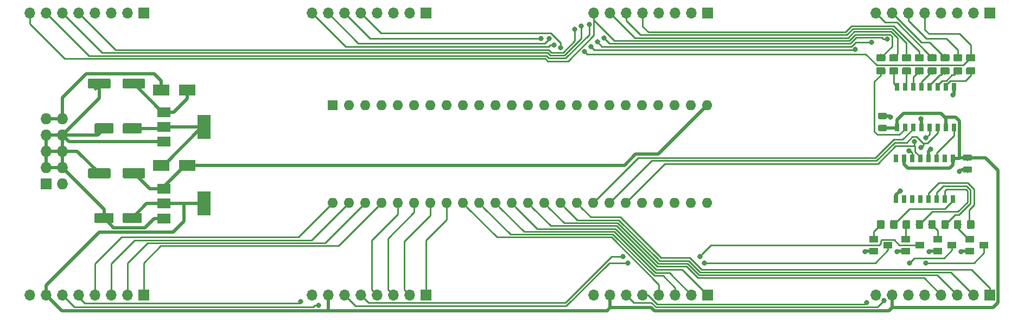
<source format=gbr>
G04 #@! TF.GenerationSoftware,KiCad,Pcbnew,5.0.2+dfsg1-1*
G04 #@! TF.CreationDate,2020-04-26T20:47:29+02:00*
G04 #@! TF.ProjectId,midirouter,6d696469-726f-4757-9465-722e6b696361,rev?*
G04 #@! TF.SameCoordinates,Original*
G04 #@! TF.FileFunction,Copper,L2,Bot*
G04 #@! TF.FilePolarity,Positive*
%FSLAX46Y46*%
G04 Gerber Fmt 4.6, Leading zero omitted, Abs format (unit mm)*
G04 Created by KiCad (PCBNEW 5.0.2+dfsg1-1) date Sun 26 Apr 2020 08:47:29 PM CEST*
%MOMM*%
%LPD*%
G01*
G04 APERTURE LIST*
G04 #@! TA.AperFunction,ComponentPad*
%ADD10R,1.727200X1.727200*%
G04 #@! TD*
G04 #@! TA.AperFunction,ComponentPad*
%ADD11O,1.727200X1.727200*%
G04 #@! TD*
G04 #@! TA.AperFunction,ComponentPad*
%ADD12O,1.700000X1.700000*%
G04 #@! TD*
G04 #@! TA.AperFunction,ComponentPad*
%ADD13R,1.700000X1.700000*%
G04 #@! TD*
G04 #@! TA.AperFunction,ComponentPad*
%ADD14R,1.600000X1.600000*%
G04 #@! TD*
G04 #@! TA.AperFunction,ComponentPad*
%ADD15O,1.600000X1.600000*%
G04 #@! TD*
G04 #@! TA.AperFunction,SMDPad,CuDef*
%ADD16R,0.800000X1.300000*%
G04 #@! TD*
G04 #@! TA.AperFunction,SMDPad,CuDef*
%ADD17R,1.400000X1.000000*%
G04 #@! TD*
G04 #@! TA.AperFunction,Conductor*
%ADD18C,0.100000*%
G04 #@! TD*
G04 #@! TA.AperFunction,SMDPad,CuDef*
%ADD19C,1.150000*%
G04 #@! TD*
G04 #@! TA.AperFunction,SMDPad,CuDef*
%ADD20R,2.000000X3.800000*%
G04 #@! TD*
G04 #@! TA.AperFunction,SMDPad,CuDef*
%ADD21R,2.000000X1.500000*%
G04 #@! TD*
G04 #@! TA.AperFunction,SMDPad,CuDef*
%ADD22R,2.500000X1.800000*%
G04 #@! TD*
G04 #@! TA.AperFunction,SMDPad,CuDef*
%ADD23C,0.975000*%
G04 #@! TD*
G04 #@! TA.AperFunction,SMDPad,CuDef*
%ADD24C,1.600000*%
G04 #@! TD*
G04 #@! TA.AperFunction,ViaPad*
%ADD25C,0.800000*%
G04 #@! TD*
G04 #@! TA.AperFunction,Conductor*
%ADD26C,0.500000*%
G04 #@! TD*
G04 #@! TA.AperFunction,Conductor*
%ADD27C,0.250000*%
G04 #@! TD*
G04 APERTURE END LIST*
D10*
G04 #@! TO.P,J1,1*
G04 #@! TO.N,Net-(J1-Pad1)*
X30734000Y-72644000D03*
D11*
G04 #@! TO.P,J1,2*
G04 #@! TO.N,Net-(J1-Pad2)*
X33274000Y-72644000D03*
G04 #@! TO.P,J1,3*
G04 #@! TO.N,GND*
X30734000Y-70104000D03*
G04 #@! TO.P,J1,4*
X33274000Y-70104000D03*
G04 #@! TO.P,J1,5*
X30734000Y-67564000D03*
G04 #@! TO.P,J1,6*
X33274000Y-67564000D03*
G04 #@! TO.P,J1,7*
X30734000Y-65024000D03*
G04 #@! TO.P,J1,8*
X33274000Y-65024000D03*
G04 #@! TO.P,J1,9*
G04 #@! TO.N,+12V*
X30734000Y-62484000D03*
G04 #@! TO.P,J1,10*
X33274000Y-62484000D03*
G04 #@! TD*
D12*
G04 #@! TO.P,J2,8*
G04 #@! TO.N,LED1*
X28220000Y-46000000D03*
G04 #@! TO.P,J2,7*
G04 #@! TO.N,LED2*
X30760000Y-46000000D03*
G04 #@! TO.P,J2,6*
G04 #@! TO.N,LED3*
X33300000Y-46000000D03*
G04 #@! TO.P,J2,5*
G04 #@! TO.N,LED4*
X35840000Y-46000000D03*
G04 #@! TO.P,J2,4*
G04 #@! TO.N,MIDI_IN_1*
X38380000Y-46000000D03*
G04 #@! TO.P,J2,3*
G04 #@! TO.N,MIDI_IN_2*
X40920000Y-46000000D03*
G04 #@! TO.P,J2,2*
G04 #@! TO.N,MIDI_IN_3*
X43460000Y-46000000D03*
D13*
G04 #@! TO.P,J2,1*
G04 #@! TO.N,MIDI_IN_4*
X46000000Y-46000000D03*
G04 #@! TD*
G04 #@! TO.P,J3,1*
G04 #@! TO.N,MIDI_IN_8*
X90000000Y-46000000D03*
D12*
G04 #@! TO.P,J3,2*
G04 #@! TO.N,MIDI_IN_7*
X87460000Y-46000000D03*
G04 #@! TO.P,J3,3*
G04 #@! TO.N,MIDI_IN_6*
X84920000Y-46000000D03*
G04 #@! TO.P,J3,4*
G04 #@! TO.N,MIDI_IN_5*
X82380000Y-46000000D03*
G04 #@! TO.P,J3,5*
G04 #@! TO.N,LED8*
X79840000Y-46000000D03*
G04 #@! TO.P,J3,6*
G04 #@! TO.N,LED7*
X77300000Y-46000000D03*
G04 #@! TO.P,J3,7*
G04 #@! TO.N,LED6*
X74760000Y-46000000D03*
G04 #@! TO.P,J3,8*
G04 #@! TO.N,LED5*
X72220000Y-46000000D03*
G04 #@! TD*
D13*
G04 #@! TO.P,J4,1*
G04 #@! TO.N,MIDI_IN_12*
X134000000Y-46000000D03*
D12*
G04 #@! TO.P,J4,2*
G04 #@! TO.N,MIDI_IN_11*
X131460000Y-46000000D03*
G04 #@! TO.P,J4,3*
G04 #@! TO.N,MIDI_IN_10*
X128920000Y-46000000D03*
G04 #@! TO.P,J4,4*
G04 #@! TO.N,MIDI_IN_9*
X126380000Y-46000000D03*
G04 #@! TO.P,J4,5*
G04 #@! TO.N,LED4*
X123840000Y-46000000D03*
G04 #@! TO.P,J4,6*
G04 #@! TO.N,LED3*
X121300000Y-46000000D03*
G04 #@! TO.P,J4,7*
G04 #@! TO.N,LED2*
X118760000Y-46000000D03*
G04 #@! TO.P,J4,8*
G04 #@! TO.N,LED1*
X116220000Y-46000000D03*
G04 #@! TD*
D13*
G04 #@! TO.P,J5,1*
G04 #@! TO.N,MIDI_IN_16*
X178000000Y-46000000D03*
D12*
G04 #@! TO.P,J5,2*
G04 #@! TO.N,MIDI_IN_15*
X175460000Y-46000000D03*
G04 #@! TO.P,J5,3*
G04 #@! TO.N,MIDI_IN_14*
X172920000Y-46000000D03*
G04 #@! TO.P,J5,4*
G04 #@! TO.N,MIDI_IN_13*
X170380000Y-46000000D03*
G04 #@! TO.P,J5,5*
G04 #@! TO.N,LED8*
X167840000Y-46000000D03*
G04 #@! TO.P,J5,6*
G04 #@! TO.N,LED7*
X165300000Y-46000000D03*
G04 #@! TO.P,J5,7*
G04 #@! TO.N,LED6*
X162760000Y-46000000D03*
G04 #@! TO.P,J5,8*
G04 #@! TO.N,LED5*
X160220000Y-46000000D03*
G04 #@! TD*
D13*
G04 #@! TO.P,J6,1*
G04 #@! TO.N,MIDI_OUT_4*
X46000000Y-90000000D03*
D12*
G04 #@! TO.P,J6,2*
G04 #@! TO.N,MIDI_OUT_3*
X43460000Y-90000000D03*
G04 #@! TO.P,J6,3*
G04 #@! TO.N,MIDI_OUT_2*
X40920000Y-90000000D03*
G04 #@! TO.P,J6,4*
G04 #@! TO.N,MIDI_OUT_1*
X38380000Y-90000000D03*
G04 #@! TO.P,J6,5*
G04 #@! TO.N,LEDK2*
X35840000Y-90000000D03*
G04 #@! TO.P,J6,6*
G04 #@! TO.N,LEDK1*
X33300000Y-90000000D03*
G04 #@! TO.P,J6,7*
G04 #@! TO.N,+3V3*
X30760000Y-90000000D03*
G04 #@! TO.P,J6,8*
G04 #@! TO.N,GND*
X28220000Y-90000000D03*
G04 #@! TD*
G04 #@! TO.P,J7,8*
G04 #@! TO.N,GND*
X72220000Y-90000000D03*
G04 #@! TO.P,J7,7*
G04 #@! TO.N,+3V3*
X74760000Y-90000000D03*
G04 #@! TO.P,J7,6*
G04 #@! TO.N,LEDK1*
X77300000Y-90000000D03*
G04 #@! TO.P,J7,5*
G04 #@! TO.N,LEDK2*
X79840000Y-90000000D03*
G04 #@! TO.P,J7,4*
G04 #@! TO.N,MIDI_OUT_5*
X82380000Y-90000000D03*
G04 #@! TO.P,J7,3*
G04 #@! TO.N,MIDI_OUT_6*
X84920000Y-90000000D03*
G04 #@! TO.P,J7,2*
G04 #@! TO.N,MIDI_OUT_7*
X87460000Y-90000000D03*
D13*
G04 #@! TO.P,J7,1*
G04 #@! TO.N,MIDI_OUT_8*
X90000000Y-90000000D03*
G04 #@! TD*
D12*
G04 #@! TO.P,J8,8*
G04 #@! TO.N,GND*
X116220000Y-90000000D03*
G04 #@! TO.P,J8,7*
G04 #@! TO.N,+3V3*
X118760000Y-90000000D03*
G04 #@! TO.P,J8,6*
G04 #@! TO.N,LEDK3*
X121300000Y-90000000D03*
G04 #@! TO.P,J8,5*
G04 #@! TO.N,LEDK4*
X123840000Y-90000000D03*
G04 #@! TO.P,J8,4*
G04 #@! TO.N,MIDI_OUT_9*
X126380000Y-90000000D03*
G04 #@! TO.P,J8,3*
G04 #@! TO.N,MIDI_OUT_10*
X128920000Y-90000000D03*
G04 #@! TO.P,J8,2*
G04 #@! TO.N,MIDI_OUT_11*
X131460000Y-90000000D03*
D13*
G04 #@! TO.P,J8,1*
G04 #@! TO.N,MIDI_OUT_12*
X134000000Y-90000000D03*
G04 #@! TD*
D12*
G04 #@! TO.P,J9,8*
G04 #@! TO.N,GND*
X160220000Y-90000000D03*
G04 #@! TO.P,J9,7*
G04 #@! TO.N,+3V3*
X162760000Y-90000000D03*
G04 #@! TO.P,J9,6*
G04 #@! TO.N,LEDK3*
X165300000Y-90000000D03*
G04 #@! TO.P,J9,5*
G04 #@! TO.N,LEDK4*
X167840000Y-90000000D03*
G04 #@! TO.P,J9,4*
G04 #@! TO.N,MIDI_OUT_13*
X170380000Y-90000000D03*
G04 #@! TO.P,J9,3*
G04 #@! TO.N,MIDI_OUT_14*
X172920000Y-90000000D03*
G04 #@! TO.P,J9,2*
G04 #@! TO.N,MIDI_OUT_15*
X175460000Y-90000000D03*
D13*
G04 #@! TO.P,J9,1*
G04 #@! TO.N,MIDI_OUT_16*
X178000000Y-90000000D03*
G04 #@! TD*
D14*
G04 #@! TO.P,U7,1*
G04 #@! TO.N,MIDI_IN_1*
X75460000Y-60396000D03*
D15*
G04 #@! TO.P,U7,25*
G04 #@! TO.N,GND*
X133880000Y-75636000D03*
G04 #@! TO.P,U7,2*
G04 #@! TO.N,MIDI_IN_2*
X78000000Y-60396000D03*
G04 #@! TO.P,U7,26*
G04 #@! TO.N,Net-(U7-Pad26)*
X131340000Y-75636000D03*
G04 #@! TO.P,U7,3*
G04 #@! TO.N,MIDI_IN_3*
X80540000Y-60396000D03*
G04 #@! TO.P,U7,27*
G04 #@! TO.N,Net-(U7-Pad27)*
X128800000Y-75636000D03*
G04 #@! TO.P,U7,4*
G04 #@! TO.N,MIDI_IN_4*
X83080000Y-60396000D03*
G04 #@! TO.P,U7,28*
G04 #@! TO.N,Net-(U7-Pad28)*
X126260000Y-75636000D03*
G04 #@! TO.P,U7,5*
G04 #@! TO.N,MIDI_IN_5*
X85620000Y-60396000D03*
G04 #@! TO.P,U7,29*
G04 #@! TO.N,Net-(U7-Pad29)*
X123720000Y-75636000D03*
G04 #@! TO.P,U7,6*
G04 #@! TO.N,MIDI_IN_6*
X88160000Y-60396000D03*
G04 #@! TO.P,U7,30*
G04 #@! TO.N,Net-(U5-Pad12)*
X121180000Y-75636000D03*
G04 #@! TO.P,U7,7*
G04 #@! TO.N,MIDI_IN_7*
X90700000Y-60396000D03*
G04 #@! TO.P,U7,31*
G04 #@! TO.N,Net-(U5-Pad11)*
X118640000Y-75636000D03*
G04 #@! TO.P,U7,8*
G04 #@! TO.N,MIDI_IN_8*
X93240000Y-60396000D03*
G04 #@! TO.P,U7,32*
G04 #@! TO.N,Net-(U5-Pad14)*
X116100000Y-75636000D03*
G04 #@! TO.P,U7,9*
G04 #@! TO.N,MIDI_IN_9*
X95780000Y-60396000D03*
G04 #@! TO.P,U7,33*
G04 #@! TO.N,MIDI_OUT_16*
X113560000Y-75636000D03*
G04 #@! TO.P,U7,10*
G04 #@! TO.N,MIDI_IN_10*
X98320000Y-60396000D03*
G04 #@! TO.P,U7,34*
G04 #@! TO.N,MIDI_OUT_15*
X111020000Y-75636000D03*
G04 #@! TO.P,U7,11*
G04 #@! TO.N,MIDI_IN_11*
X100860000Y-60396000D03*
G04 #@! TO.P,U7,35*
G04 #@! TO.N,MIDI_OUT_14*
X108480000Y-75636000D03*
G04 #@! TO.P,U7,12*
G04 #@! TO.N,MIDI_IN_12*
X103400000Y-60396000D03*
G04 #@! TO.P,U7,36*
G04 #@! TO.N,MIDI_OUT_13*
X105940000Y-75636000D03*
G04 #@! TO.P,U7,13*
G04 #@! TO.N,MIDI_IN_13*
X105940000Y-60396000D03*
G04 #@! TO.P,U7,37*
G04 #@! TO.N,MIDI_OUT_12*
X103400000Y-75636000D03*
G04 #@! TO.P,U7,14*
G04 #@! TO.N,MIDI_IN_14*
X108480000Y-60396000D03*
G04 #@! TO.P,U7,38*
G04 #@! TO.N,MIDI_OUT_11*
X100860000Y-75636000D03*
G04 #@! TO.P,U7,15*
G04 #@! TO.N,Net-(U7-Pad15)*
X111020000Y-60396000D03*
G04 #@! TO.P,U7,39*
G04 #@! TO.N,MIDI_OUT_10*
X98320000Y-75636000D03*
G04 #@! TO.P,U7,16*
G04 #@! TO.N,Net-(U7-Pad16)*
X113560000Y-60396000D03*
G04 #@! TO.P,U7,40*
G04 #@! TO.N,MIDI_OUT_9*
X95780000Y-75636000D03*
G04 #@! TO.P,U7,17*
G04 #@! TO.N,MIDI_IN_15*
X116100000Y-60396000D03*
G04 #@! TO.P,U7,41*
G04 #@! TO.N,MIDI_OUT_8*
X93240000Y-75636000D03*
G04 #@! TO.P,U7,18*
G04 #@! TO.N,MIDI_IN_16*
X118640000Y-60396000D03*
G04 #@! TO.P,U7,42*
G04 #@! TO.N,MIDI_OUT_7*
X90700000Y-75636000D03*
G04 #@! TO.P,U7,19*
G04 #@! TO.N,Net-(U7-Pad19)*
X121180000Y-60396000D03*
G04 #@! TO.P,U7,43*
G04 #@! TO.N,MIDI_OUT_6*
X88160000Y-75636000D03*
G04 #@! TO.P,U7,20*
G04 #@! TO.N,Net-(U7-Pad20)*
X123720000Y-60396000D03*
G04 #@! TO.P,U7,44*
G04 #@! TO.N,MIDI_OUT_5*
X85620000Y-75636000D03*
G04 #@! TO.P,U7,21*
G04 #@! TO.N,Net-(U7-Pad21)*
X126260000Y-60396000D03*
G04 #@! TO.P,U7,45*
G04 #@! TO.N,MIDI_OUT_4*
X83080000Y-75636000D03*
G04 #@! TO.P,U7,22*
G04 #@! TO.N,Net-(U7-Pad22)*
X128800000Y-60396000D03*
G04 #@! TO.P,U7,46*
G04 #@! TO.N,MIDI_OUT_3*
X80540000Y-75636000D03*
G04 #@! TO.P,U7,23*
G04 #@! TO.N,Net-(U7-Pad23)*
X131340000Y-60396000D03*
G04 #@! TO.P,U7,47*
G04 #@! TO.N,MIDI_OUT_2*
X78000000Y-75636000D03*
G04 #@! TO.P,U7,24*
G04 #@! TO.N,CA7_VCC*
X133880000Y-60396000D03*
G04 #@! TO.P,U7,48*
G04 #@! TO.N,MIDI_OUT_1*
X75460000Y-75636000D03*
G04 #@! TD*
D16*
G04 #@! TO.P,U5,16*
G04 #@! TO.N,+3V3*
X163490000Y-63830000D03*
G04 #@! TO.P,U5,15*
G04 #@! TO.N,Net-(R17-Pad2)*
X164770000Y-63830000D03*
G04 #@! TO.P,U5,14*
G04 #@! TO.N,Net-(U5-Pad14)*
X166030000Y-63830000D03*
G04 #@! TO.P,U5,13*
G04 #@! TO.N,GND*
X167300000Y-63830000D03*
G04 #@! TO.P,U5,12*
G04 #@! TO.N,Net-(U5-Pad12)*
X168580000Y-63830000D03*
G04 #@! TO.P,U5,11*
G04 #@! TO.N,Net-(U5-Pad11)*
X169850000Y-63830000D03*
G04 #@! TO.P,U5,10*
G04 #@! TO.N,+3V3*
X171110000Y-63830000D03*
G04 #@! TO.P,U5,9*
G04 #@! TO.N,Net-(U5-Pad9)*
X172390000Y-63830000D03*
G04 #@! TO.P,U5,8*
G04 #@! TO.N,GND*
X172390000Y-57530000D03*
G04 #@! TO.P,U5,7*
G04 #@! TO.N,Net-(R24-Pad2)*
X171110000Y-57530000D03*
G04 #@! TO.P,U5,6*
G04 #@! TO.N,Net-(R23-Pad2)*
X169850000Y-57530000D03*
G04 #@! TO.P,U5,5*
G04 #@! TO.N,Net-(R22-Pad2)*
X168580000Y-57530000D03*
G04 #@! TO.P,U5,4*
G04 #@! TO.N,Net-(R21-Pad2)*
X167300000Y-57530000D03*
G04 #@! TO.P,U5,3*
G04 #@! TO.N,Net-(R20-Pad2)*
X166030000Y-57530000D03*
G04 #@! TO.P,U5,2*
G04 #@! TO.N,Net-(R19-Pad2)*
X164770000Y-57530000D03*
G04 #@! TO.P,U5,1*
G04 #@! TO.N,Net-(R18-Pad2)*
X163490000Y-57530000D03*
G04 #@! TD*
G04 #@! TO.P,U6,1*
G04 #@! TO.N,Net-(R25-Pad2)*
X172260000Y-75015000D03*
G04 #@! TO.P,U6,2*
G04 #@! TO.N,Net-(R26-Pad2)*
X170980000Y-75015000D03*
G04 #@! TO.P,U6,3*
G04 #@! TO.N,Net-(R27-Pad2)*
X169720000Y-75015000D03*
G04 #@! TO.P,U6,4*
G04 #@! TO.N,Net-(R28-Pad2)*
X168450000Y-75015000D03*
G04 #@! TO.P,U6,5*
G04 #@! TO.N,Net-(U6-Pad5)*
X167170000Y-75015000D03*
G04 #@! TO.P,U6,6*
G04 #@! TO.N,Net-(U6-Pad6)*
X165900000Y-75015000D03*
G04 #@! TO.P,U6,7*
G04 #@! TO.N,Net-(U6-Pad7)*
X164640000Y-75015000D03*
G04 #@! TO.P,U6,8*
G04 #@! TO.N,GND*
X163360000Y-75015000D03*
G04 #@! TO.P,U6,9*
G04 #@! TO.N,Net-(U6-Pad9)*
X163360000Y-68715000D03*
G04 #@! TO.P,U6,10*
G04 #@! TO.N,+3V3*
X164640000Y-68715000D03*
G04 #@! TO.P,U6,11*
G04 #@! TO.N,Net-(U5-Pad11)*
X165900000Y-68715000D03*
G04 #@! TO.P,U6,12*
G04 #@! TO.N,Net-(U5-Pad12)*
X167170000Y-68715000D03*
G04 #@! TO.P,U6,13*
G04 #@! TO.N,GND*
X168450000Y-68715000D03*
G04 #@! TO.P,U6,14*
G04 #@! TO.N,Net-(U5-Pad9)*
X169720000Y-68715000D03*
G04 #@! TO.P,U6,15*
G04 #@! TO.N,Net-(U6-Pad15)*
X170980000Y-68715000D03*
G04 #@! TO.P,U6,16*
G04 #@! TO.N,+3V3*
X172260000Y-68715000D03*
G04 #@! TD*
D17*
G04 #@! TO.P,Q1,3*
G04 #@! TO.N,LEDK4*
X177100000Y-82250000D03*
G04 #@! TO.P,Q1,2*
G04 #@! TO.N,Net-(Q1-Pad2)*
X174900000Y-81300000D03*
G04 #@! TO.P,Q1,1*
G04 #@! TO.N,GND*
X174900000Y-83200000D03*
G04 #@! TD*
G04 #@! TO.P,Q2,1*
G04 #@! TO.N,GND*
X169900000Y-83200000D03*
G04 #@! TO.P,Q2,2*
G04 #@! TO.N,Net-(Q2-Pad2)*
X169900000Y-81300000D03*
G04 #@! TO.P,Q2,3*
G04 #@! TO.N,LEDK3*
X172100000Y-82250000D03*
G04 #@! TD*
G04 #@! TO.P,Q3,3*
G04 #@! TO.N,LEDK2*
X167100000Y-82250000D03*
G04 #@! TO.P,Q3,2*
G04 #@! TO.N,Net-(Q3-Pad2)*
X164900000Y-81300000D03*
G04 #@! TO.P,Q3,1*
G04 #@! TO.N,GND*
X164900000Y-83200000D03*
G04 #@! TD*
G04 #@! TO.P,Q4,3*
G04 #@! TO.N,LEDK1*
X162100000Y-82250000D03*
G04 #@! TO.P,Q4,2*
G04 #@! TO.N,Net-(Q4-Pad2)*
X159900000Y-81300000D03*
G04 #@! TO.P,Q4,1*
G04 #@! TO.N,GND*
X159900000Y-83200000D03*
G04 #@! TD*
D18*
G04 #@! TO.N,Net-(Q4-Pad2)*
G04 #@! TO.C,R25*
G36*
X161324505Y-78301204D02*
X161348773Y-78304804D01*
X161372572Y-78310765D01*
X161395671Y-78319030D01*
X161417850Y-78329520D01*
X161438893Y-78342132D01*
X161458599Y-78356747D01*
X161476777Y-78373223D01*
X161493253Y-78391401D01*
X161507868Y-78411107D01*
X161520480Y-78432150D01*
X161530970Y-78454329D01*
X161539235Y-78477428D01*
X161545196Y-78501227D01*
X161548796Y-78525495D01*
X161550000Y-78549999D01*
X161550000Y-79450001D01*
X161548796Y-79474505D01*
X161545196Y-79498773D01*
X161539235Y-79522572D01*
X161530970Y-79545671D01*
X161520480Y-79567850D01*
X161507868Y-79588893D01*
X161493253Y-79608599D01*
X161476777Y-79626777D01*
X161458599Y-79643253D01*
X161438893Y-79657868D01*
X161417850Y-79670480D01*
X161395671Y-79680970D01*
X161372572Y-79689235D01*
X161348773Y-79695196D01*
X161324505Y-79698796D01*
X161300001Y-79700000D01*
X160649999Y-79700000D01*
X160625495Y-79698796D01*
X160601227Y-79695196D01*
X160577428Y-79689235D01*
X160554329Y-79680970D01*
X160532150Y-79670480D01*
X160511107Y-79657868D01*
X160491401Y-79643253D01*
X160473223Y-79626777D01*
X160456747Y-79608599D01*
X160442132Y-79588893D01*
X160429520Y-79567850D01*
X160419030Y-79545671D01*
X160410765Y-79522572D01*
X160404804Y-79498773D01*
X160401204Y-79474505D01*
X160400000Y-79450001D01*
X160400000Y-78549999D01*
X160401204Y-78525495D01*
X160404804Y-78501227D01*
X160410765Y-78477428D01*
X160419030Y-78454329D01*
X160429520Y-78432150D01*
X160442132Y-78411107D01*
X160456747Y-78391401D01*
X160473223Y-78373223D01*
X160491401Y-78356747D01*
X160511107Y-78342132D01*
X160532150Y-78329520D01*
X160554329Y-78319030D01*
X160577428Y-78310765D01*
X160601227Y-78304804D01*
X160625495Y-78301204D01*
X160649999Y-78300000D01*
X161300001Y-78300000D01*
X161324505Y-78301204D01*
X161324505Y-78301204D01*
G37*
D19*
G04 #@! TD*
G04 #@! TO.P,R25,1*
G04 #@! TO.N,Net-(Q4-Pad2)*
X160975000Y-79000000D03*
D18*
G04 #@! TO.N,Net-(R25-Pad2)*
G04 #@! TO.C,R25*
G36*
X163374505Y-78301204D02*
X163398773Y-78304804D01*
X163422572Y-78310765D01*
X163445671Y-78319030D01*
X163467850Y-78329520D01*
X163488893Y-78342132D01*
X163508599Y-78356747D01*
X163526777Y-78373223D01*
X163543253Y-78391401D01*
X163557868Y-78411107D01*
X163570480Y-78432150D01*
X163580970Y-78454329D01*
X163589235Y-78477428D01*
X163595196Y-78501227D01*
X163598796Y-78525495D01*
X163600000Y-78549999D01*
X163600000Y-79450001D01*
X163598796Y-79474505D01*
X163595196Y-79498773D01*
X163589235Y-79522572D01*
X163580970Y-79545671D01*
X163570480Y-79567850D01*
X163557868Y-79588893D01*
X163543253Y-79608599D01*
X163526777Y-79626777D01*
X163508599Y-79643253D01*
X163488893Y-79657868D01*
X163467850Y-79670480D01*
X163445671Y-79680970D01*
X163422572Y-79689235D01*
X163398773Y-79695196D01*
X163374505Y-79698796D01*
X163350001Y-79700000D01*
X162699999Y-79700000D01*
X162675495Y-79698796D01*
X162651227Y-79695196D01*
X162627428Y-79689235D01*
X162604329Y-79680970D01*
X162582150Y-79670480D01*
X162561107Y-79657868D01*
X162541401Y-79643253D01*
X162523223Y-79626777D01*
X162506747Y-79608599D01*
X162492132Y-79588893D01*
X162479520Y-79567850D01*
X162469030Y-79545671D01*
X162460765Y-79522572D01*
X162454804Y-79498773D01*
X162451204Y-79474505D01*
X162450000Y-79450001D01*
X162450000Y-78549999D01*
X162451204Y-78525495D01*
X162454804Y-78501227D01*
X162460765Y-78477428D01*
X162469030Y-78454329D01*
X162479520Y-78432150D01*
X162492132Y-78411107D01*
X162506747Y-78391401D01*
X162523223Y-78373223D01*
X162541401Y-78356747D01*
X162561107Y-78342132D01*
X162582150Y-78329520D01*
X162604329Y-78319030D01*
X162627428Y-78310765D01*
X162651227Y-78304804D01*
X162675495Y-78301204D01*
X162699999Y-78300000D01*
X163350001Y-78300000D01*
X163374505Y-78301204D01*
X163374505Y-78301204D01*
G37*
D19*
G04 #@! TD*
G04 #@! TO.P,R25,2*
G04 #@! TO.N,Net-(R25-Pad2)*
X163025000Y-79000000D03*
D18*
G04 #@! TO.N,Net-(Q3-Pad2)*
G04 #@! TO.C,R26*
G36*
X165324505Y-78301204D02*
X165348773Y-78304804D01*
X165372572Y-78310765D01*
X165395671Y-78319030D01*
X165417850Y-78329520D01*
X165438893Y-78342132D01*
X165458599Y-78356747D01*
X165476777Y-78373223D01*
X165493253Y-78391401D01*
X165507868Y-78411107D01*
X165520480Y-78432150D01*
X165530970Y-78454329D01*
X165539235Y-78477428D01*
X165545196Y-78501227D01*
X165548796Y-78525495D01*
X165550000Y-78549999D01*
X165550000Y-79450001D01*
X165548796Y-79474505D01*
X165545196Y-79498773D01*
X165539235Y-79522572D01*
X165530970Y-79545671D01*
X165520480Y-79567850D01*
X165507868Y-79588893D01*
X165493253Y-79608599D01*
X165476777Y-79626777D01*
X165458599Y-79643253D01*
X165438893Y-79657868D01*
X165417850Y-79670480D01*
X165395671Y-79680970D01*
X165372572Y-79689235D01*
X165348773Y-79695196D01*
X165324505Y-79698796D01*
X165300001Y-79700000D01*
X164649999Y-79700000D01*
X164625495Y-79698796D01*
X164601227Y-79695196D01*
X164577428Y-79689235D01*
X164554329Y-79680970D01*
X164532150Y-79670480D01*
X164511107Y-79657868D01*
X164491401Y-79643253D01*
X164473223Y-79626777D01*
X164456747Y-79608599D01*
X164442132Y-79588893D01*
X164429520Y-79567850D01*
X164419030Y-79545671D01*
X164410765Y-79522572D01*
X164404804Y-79498773D01*
X164401204Y-79474505D01*
X164400000Y-79450001D01*
X164400000Y-78549999D01*
X164401204Y-78525495D01*
X164404804Y-78501227D01*
X164410765Y-78477428D01*
X164419030Y-78454329D01*
X164429520Y-78432150D01*
X164442132Y-78411107D01*
X164456747Y-78391401D01*
X164473223Y-78373223D01*
X164491401Y-78356747D01*
X164511107Y-78342132D01*
X164532150Y-78329520D01*
X164554329Y-78319030D01*
X164577428Y-78310765D01*
X164601227Y-78304804D01*
X164625495Y-78301204D01*
X164649999Y-78300000D01*
X165300001Y-78300000D01*
X165324505Y-78301204D01*
X165324505Y-78301204D01*
G37*
D19*
G04 #@! TD*
G04 #@! TO.P,R26,1*
G04 #@! TO.N,Net-(Q3-Pad2)*
X164975000Y-79000000D03*
D18*
G04 #@! TO.N,Net-(R26-Pad2)*
G04 #@! TO.C,R26*
G36*
X167374505Y-78301204D02*
X167398773Y-78304804D01*
X167422572Y-78310765D01*
X167445671Y-78319030D01*
X167467850Y-78329520D01*
X167488893Y-78342132D01*
X167508599Y-78356747D01*
X167526777Y-78373223D01*
X167543253Y-78391401D01*
X167557868Y-78411107D01*
X167570480Y-78432150D01*
X167580970Y-78454329D01*
X167589235Y-78477428D01*
X167595196Y-78501227D01*
X167598796Y-78525495D01*
X167600000Y-78549999D01*
X167600000Y-79450001D01*
X167598796Y-79474505D01*
X167595196Y-79498773D01*
X167589235Y-79522572D01*
X167580970Y-79545671D01*
X167570480Y-79567850D01*
X167557868Y-79588893D01*
X167543253Y-79608599D01*
X167526777Y-79626777D01*
X167508599Y-79643253D01*
X167488893Y-79657868D01*
X167467850Y-79670480D01*
X167445671Y-79680970D01*
X167422572Y-79689235D01*
X167398773Y-79695196D01*
X167374505Y-79698796D01*
X167350001Y-79700000D01*
X166699999Y-79700000D01*
X166675495Y-79698796D01*
X166651227Y-79695196D01*
X166627428Y-79689235D01*
X166604329Y-79680970D01*
X166582150Y-79670480D01*
X166561107Y-79657868D01*
X166541401Y-79643253D01*
X166523223Y-79626777D01*
X166506747Y-79608599D01*
X166492132Y-79588893D01*
X166479520Y-79567850D01*
X166469030Y-79545671D01*
X166460765Y-79522572D01*
X166454804Y-79498773D01*
X166451204Y-79474505D01*
X166450000Y-79450001D01*
X166450000Y-78549999D01*
X166451204Y-78525495D01*
X166454804Y-78501227D01*
X166460765Y-78477428D01*
X166469030Y-78454329D01*
X166479520Y-78432150D01*
X166492132Y-78411107D01*
X166506747Y-78391401D01*
X166523223Y-78373223D01*
X166541401Y-78356747D01*
X166561107Y-78342132D01*
X166582150Y-78329520D01*
X166604329Y-78319030D01*
X166627428Y-78310765D01*
X166651227Y-78304804D01*
X166675495Y-78301204D01*
X166699999Y-78300000D01*
X167350001Y-78300000D01*
X167374505Y-78301204D01*
X167374505Y-78301204D01*
G37*
D19*
G04 #@! TD*
G04 #@! TO.P,R26,2*
G04 #@! TO.N,Net-(R26-Pad2)*
X167025000Y-79000000D03*
D18*
G04 #@! TO.N,Net-(R27-Pad2)*
G04 #@! TO.C,R27*
G36*
X171374505Y-78301204D02*
X171398773Y-78304804D01*
X171422572Y-78310765D01*
X171445671Y-78319030D01*
X171467850Y-78329520D01*
X171488893Y-78342132D01*
X171508599Y-78356747D01*
X171526777Y-78373223D01*
X171543253Y-78391401D01*
X171557868Y-78411107D01*
X171570480Y-78432150D01*
X171580970Y-78454329D01*
X171589235Y-78477428D01*
X171595196Y-78501227D01*
X171598796Y-78525495D01*
X171600000Y-78549999D01*
X171600000Y-79450001D01*
X171598796Y-79474505D01*
X171595196Y-79498773D01*
X171589235Y-79522572D01*
X171580970Y-79545671D01*
X171570480Y-79567850D01*
X171557868Y-79588893D01*
X171543253Y-79608599D01*
X171526777Y-79626777D01*
X171508599Y-79643253D01*
X171488893Y-79657868D01*
X171467850Y-79670480D01*
X171445671Y-79680970D01*
X171422572Y-79689235D01*
X171398773Y-79695196D01*
X171374505Y-79698796D01*
X171350001Y-79700000D01*
X170699999Y-79700000D01*
X170675495Y-79698796D01*
X170651227Y-79695196D01*
X170627428Y-79689235D01*
X170604329Y-79680970D01*
X170582150Y-79670480D01*
X170561107Y-79657868D01*
X170541401Y-79643253D01*
X170523223Y-79626777D01*
X170506747Y-79608599D01*
X170492132Y-79588893D01*
X170479520Y-79567850D01*
X170469030Y-79545671D01*
X170460765Y-79522572D01*
X170454804Y-79498773D01*
X170451204Y-79474505D01*
X170450000Y-79450001D01*
X170450000Y-78549999D01*
X170451204Y-78525495D01*
X170454804Y-78501227D01*
X170460765Y-78477428D01*
X170469030Y-78454329D01*
X170479520Y-78432150D01*
X170492132Y-78411107D01*
X170506747Y-78391401D01*
X170523223Y-78373223D01*
X170541401Y-78356747D01*
X170561107Y-78342132D01*
X170582150Y-78329520D01*
X170604329Y-78319030D01*
X170627428Y-78310765D01*
X170651227Y-78304804D01*
X170675495Y-78301204D01*
X170699999Y-78300000D01*
X171350001Y-78300000D01*
X171374505Y-78301204D01*
X171374505Y-78301204D01*
G37*
D19*
G04 #@! TD*
G04 #@! TO.P,R27,2*
G04 #@! TO.N,Net-(R27-Pad2)*
X171025000Y-79000000D03*
D18*
G04 #@! TO.N,Net-(Q2-Pad2)*
G04 #@! TO.C,R27*
G36*
X169324505Y-78301204D02*
X169348773Y-78304804D01*
X169372572Y-78310765D01*
X169395671Y-78319030D01*
X169417850Y-78329520D01*
X169438893Y-78342132D01*
X169458599Y-78356747D01*
X169476777Y-78373223D01*
X169493253Y-78391401D01*
X169507868Y-78411107D01*
X169520480Y-78432150D01*
X169530970Y-78454329D01*
X169539235Y-78477428D01*
X169545196Y-78501227D01*
X169548796Y-78525495D01*
X169550000Y-78549999D01*
X169550000Y-79450001D01*
X169548796Y-79474505D01*
X169545196Y-79498773D01*
X169539235Y-79522572D01*
X169530970Y-79545671D01*
X169520480Y-79567850D01*
X169507868Y-79588893D01*
X169493253Y-79608599D01*
X169476777Y-79626777D01*
X169458599Y-79643253D01*
X169438893Y-79657868D01*
X169417850Y-79670480D01*
X169395671Y-79680970D01*
X169372572Y-79689235D01*
X169348773Y-79695196D01*
X169324505Y-79698796D01*
X169300001Y-79700000D01*
X168649999Y-79700000D01*
X168625495Y-79698796D01*
X168601227Y-79695196D01*
X168577428Y-79689235D01*
X168554329Y-79680970D01*
X168532150Y-79670480D01*
X168511107Y-79657868D01*
X168491401Y-79643253D01*
X168473223Y-79626777D01*
X168456747Y-79608599D01*
X168442132Y-79588893D01*
X168429520Y-79567850D01*
X168419030Y-79545671D01*
X168410765Y-79522572D01*
X168404804Y-79498773D01*
X168401204Y-79474505D01*
X168400000Y-79450001D01*
X168400000Y-78549999D01*
X168401204Y-78525495D01*
X168404804Y-78501227D01*
X168410765Y-78477428D01*
X168419030Y-78454329D01*
X168429520Y-78432150D01*
X168442132Y-78411107D01*
X168456747Y-78391401D01*
X168473223Y-78373223D01*
X168491401Y-78356747D01*
X168511107Y-78342132D01*
X168532150Y-78329520D01*
X168554329Y-78319030D01*
X168577428Y-78310765D01*
X168601227Y-78304804D01*
X168625495Y-78301204D01*
X168649999Y-78300000D01*
X169300001Y-78300000D01*
X169324505Y-78301204D01*
X169324505Y-78301204D01*
G37*
D19*
G04 #@! TD*
G04 #@! TO.P,R27,1*
G04 #@! TO.N,Net-(Q2-Pad2)*
X168975000Y-79000000D03*
D18*
G04 #@! TO.N,Net-(Q1-Pad2)*
G04 #@! TO.C,R28*
G36*
X173324505Y-78301204D02*
X173348773Y-78304804D01*
X173372572Y-78310765D01*
X173395671Y-78319030D01*
X173417850Y-78329520D01*
X173438893Y-78342132D01*
X173458599Y-78356747D01*
X173476777Y-78373223D01*
X173493253Y-78391401D01*
X173507868Y-78411107D01*
X173520480Y-78432150D01*
X173530970Y-78454329D01*
X173539235Y-78477428D01*
X173545196Y-78501227D01*
X173548796Y-78525495D01*
X173550000Y-78549999D01*
X173550000Y-79450001D01*
X173548796Y-79474505D01*
X173545196Y-79498773D01*
X173539235Y-79522572D01*
X173530970Y-79545671D01*
X173520480Y-79567850D01*
X173507868Y-79588893D01*
X173493253Y-79608599D01*
X173476777Y-79626777D01*
X173458599Y-79643253D01*
X173438893Y-79657868D01*
X173417850Y-79670480D01*
X173395671Y-79680970D01*
X173372572Y-79689235D01*
X173348773Y-79695196D01*
X173324505Y-79698796D01*
X173300001Y-79700000D01*
X172649999Y-79700000D01*
X172625495Y-79698796D01*
X172601227Y-79695196D01*
X172577428Y-79689235D01*
X172554329Y-79680970D01*
X172532150Y-79670480D01*
X172511107Y-79657868D01*
X172491401Y-79643253D01*
X172473223Y-79626777D01*
X172456747Y-79608599D01*
X172442132Y-79588893D01*
X172429520Y-79567850D01*
X172419030Y-79545671D01*
X172410765Y-79522572D01*
X172404804Y-79498773D01*
X172401204Y-79474505D01*
X172400000Y-79450001D01*
X172400000Y-78549999D01*
X172401204Y-78525495D01*
X172404804Y-78501227D01*
X172410765Y-78477428D01*
X172419030Y-78454329D01*
X172429520Y-78432150D01*
X172442132Y-78411107D01*
X172456747Y-78391401D01*
X172473223Y-78373223D01*
X172491401Y-78356747D01*
X172511107Y-78342132D01*
X172532150Y-78329520D01*
X172554329Y-78319030D01*
X172577428Y-78310765D01*
X172601227Y-78304804D01*
X172625495Y-78301204D01*
X172649999Y-78300000D01*
X173300001Y-78300000D01*
X173324505Y-78301204D01*
X173324505Y-78301204D01*
G37*
D19*
G04 #@! TD*
G04 #@! TO.P,R28,1*
G04 #@! TO.N,Net-(Q1-Pad2)*
X172975000Y-79000000D03*
D18*
G04 #@! TO.N,Net-(R28-Pad2)*
G04 #@! TO.C,R28*
G36*
X175374505Y-78301204D02*
X175398773Y-78304804D01*
X175422572Y-78310765D01*
X175445671Y-78319030D01*
X175467850Y-78329520D01*
X175488893Y-78342132D01*
X175508599Y-78356747D01*
X175526777Y-78373223D01*
X175543253Y-78391401D01*
X175557868Y-78411107D01*
X175570480Y-78432150D01*
X175580970Y-78454329D01*
X175589235Y-78477428D01*
X175595196Y-78501227D01*
X175598796Y-78525495D01*
X175600000Y-78549999D01*
X175600000Y-79450001D01*
X175598796Y-79474505D01*
X175595196Y-79498773D01*
X175589235Y-79522572D01*
X175580970Y-79545671D01*
X175570480Y-79567850D01*
X175557868Y-79588893D01*
X175543253Y-79608599D01*
X175526777Y-79626777D01*
X175508599Y-79643253D01*
X175488893Y-79657868D01*
X175467850Y-79670480D01*
X175445671Y-79680970D01*
X175422572Y-79689235D01*
X175398773Y-79695196D01*
X175374505Y-79698796D01*
X175350001Y-79700000D01*
X174699999Y-79700000D01*
X174675495Y-79698796D01*
X174651227Y-79695196D01*
X174627428Y-79689235D01*
X174604329Y-79680970D01*
X174582150Y-79670480D01*
X174561107Y-79657868D01*
X174541401Y-79643253D01*
X174523223Y-79626777D01*
X174506747Y-79608599D01*
X174492132Y-79588893D01*
X174479520Y-79567850D01*
X174469030Y-79545671D01*
X174460765Y-79522572D01*
X174454804Y-79498773D01*
X174451204Y-79474505D01*
X174450000Y-79450001D01*
X174450000Y-78549999D01*
X174451204Y-78525495D01*
X174454804Y-78501227D01*
X174460765Y-78477428D01*
X174469030Y-78454329D01*
X174479520Y-78432150D01*
X174492132Y-78411107D01*
X174506747Y-78391401D01*
X174523223Y-78373223D01*
X174541401Y-78356747D01*
X174561107Y-78342132D01*
X174582150Y-78329520D01*
X174604329Y-78319030D01*
X174627428Y-78310765D01*
X174651227Y-78304804D01*
X174675495Y-78301204D01*
X174699999Y-78300000D01*
X175350001Y-78300000D01*
X175374505Y-78301204D01*
X175374505Y-78301204D01*
G37*
D19*
G04 #@! TD*
G04 #@! TO.P,R28,2*
G04 #@! TO.N,Net-(R28-Pad2)*
X175025000Y-79000000D03*
D18*
G04 #@! TO.N,LED1*
G04 #@! TO.C,R17*
G36*
X161474505Y-52401204D02*
X161498773Y-52404804D01*
X161522572Y-52410765D01*
X161545671Y-52419030D01*
X161567850Y-52429520D01*
X161588893Y-52442132D01*
X161608599Y-52456747D01*
X161626777Y-52473223D01*
X161643253Y-52491401D01*
X161657868Y-52511107D01*
X161670480Y-52532150D01*
X161680970Y-52554329D01*
X161689235Y-52577428D01*
X161695196Y-52601227D01*
X161698796Y-52625495D01*
X161700000Y-52649999D01*
X161700000Y-53300001D01*
X161698796Y-53324505D01*
X161695196Y-53348773D01*
X161689235Y-53372572D01*
X161680970Y-53395671D01*
X161670480Y-53417850D01*
X161657868Y-53438893D01*
X161643253Y-53458599D01*
X161626777Y-53476777D01*
X161608599Y-53493253D01*
X161588893Y-53507868D01*
X161567850Y-53520480D01*
X161545671Y-53530970D01*
X161522572Y-53539235D01*
X161498773Y-53545196D01*
X161474505Y-53548796D01*
X161450001Y-53550000D01*
X160549999Y-53550000D01*
X160525495Y-53548796D01*
X160501227Y-53545196D01*
X160477428Y-53539235D01*
X160454329Y-53530970D01*
X160432150Y-53520480D01*
X160411107Y-53507868D01*
X160391401Y-53493253D01*
X160373223Y-53476777D01*
X160356747Y-53458599D01*
X160342132Y-53438893D01*
X160329520Y-53417850D01*
X160319030Y-53395671D01*
X160310765Y-53372572D01*
X160304804Y-53348773D01*
X160301204Y-53324505D01*
X160300000Y-53300001D01*
X160300000Y-52649999D01*
X160301204Y-52625495D01*
X160304804Y-52601227D01*
X160310765Y-52577428D01*
X160319030Y-52554329D01*
X160329520Y-52532150D01*
X160342132Y-52511107D01*
X160356747Y-52491401D01*
X160373223Y-52473223D01*
X160391401Y-52456747D01*
X160411107Y-52442132D01*
X160432150Y-52429520D01*
X160454329Y-52419030D01*
X160477428Y-52410765D01*
X160501227Y-52404804D01*
X160525495Y-52401204D01*
X160549999Y-52400000D01*
X161450001Y-52400000D01*
X161474505Y-52401204D01*
X161474505Y-52401204D01*
G37*
D19*
G04 #@! TD*
G04 #@! TO.P,R17,1*
G04 #@! TO.N,LED1*
X161000000Y-52975000D03*
D18*
G04 #@! TO.N,Net-(R17-Pad2)*
G04 #@! TO.C,R17*
G36*
X161474505Y-54451204D02*
X161498773Y-54454804D01*
X161522572Y-54460765D01*
X161545671Y-54469030D01*
X161567850Y-54479520D01*
X161588893Y-54492132D01*
X161608599Y-54506747D01*
X161626777Y-54523223D01*
X161643253Y-54541401D01*
X161657868Y-54561107D01*
X161670480Y-54582150D01*
X161680970Y-54604329D01*
X161689235Y-54627428D01*
X161695196Y-54651227D01*
X161698796Y-54675495D01*
X161700000Y-54699999D01*
X161700000Y-55350001D01*
X161698796Y-55374505D01*
X161695196Y-55398773D01*
X161689235Y-55422572D01*
X161680970Y-55445671D01*
X161670480Y-55467850D01*
X161657868Y-55488893D01*
X161643253Y-55508599D01*
X161626777Y-55526777D01*
X161608599Y-55543253D01*
X161588893Y-55557868D01*
X161567850Y-55570480D01*
X161545671Y-55580970D01*
X161522572Y-55589235D01*
X161498773Y-55595196D01*
X161474505Y-55598796D01*
X161450001Y-55600000D01*
X160549999Y-55600000D01*
X160525495Y-55598796D01*
X160501227Y-55595196D01*
X160477428Y-55589235D01*
X160454329Y-55580970D01*
X160432150Y-55570480D01*
X160411107Y-55557868D01*
X160391401Y-55543253D01*
X160373223Y-55526777D01*
X160356747Y-55508599D01*
X160342132Y-55488893D01*
X160329520Y-55467850D01*
X160319030Y-55445671D01*
X160310765Y-55422572D01*
X160304804Y-55398773D01*
X160301204Y-55374505D01*
X160300000Y-55350001D01*
X160300000Y-54699999D01*
X160301204Y-54675495D01*
X160304804Y-54651227D01*
X160310765Y-54627428D01*
X160319030Y-54604329D01*
X160329520Y-54582150D01*
X160342132Y-54561107D01*
X160356747Y-54541401D01*
X160373223Y-54523223D01*
X160391401Y-54506747D01*
X160411107Y-54492132D01*
X160432150Y-54479520D01*
X160454329Y-54469030D01*
X160477428Y-54460765D01*
X160501227Y-54454804D01*
X160525495Y-54451204D01*
X160549999Y-54450000D01*
X161450001Y-54450000D01*
X161474505Y-54451204D01*
X161474505Y-54451204D01*
G37*
D19*
G04 #@! TD*
G04 #@! TO.P,R17,2*
G04 #@! TO.N,Net-(R17-Pad2)*
X161000000Y-55025000D03*
D18*
G04 #@! TO.N,Net-(R18-Pad2)*
G04 #@! TO.C,R18*
G36*
X163474505Y-54451204D02*
X163498773Y-54454804D01*
X163522572Y-54460765D01*
X163545671Y-54469030D01*
X163567850Y-54479520D01*
X163588893Y-54492132D01*
X163608599Y-54506747D01*
X163626777Y-54523223D01*
X163643253Y-54541401D01*
X163657868Y-54561107D01*
X163670480Y-54582150D01*
X163680970Y-54604329D01*
X163689235Y-54627428D01*
X163695196Y-54651227D01*
X163698796Y-54675495D01*
X163700000Y-54699999D01*
X163700000Y-55350001D01*
X163698796Y-55374505D01*
X163695196Y-55398773D01*
X163689235Y-55422572D01*
X163680970Y-55445671D01*
X163670480Y-55467850D01*
X163657868Y-55488893D01*
X163643253Y-55508599D01*
X163626777Y-55526777D01*
X163608599Y-55543253D01*
X163588893Y-55557868D01*
X163567850Y-55570480D01*
X163545671Y-55580970D01*
X163522572Y-55589235D01*
X163498773Y-55595196D01*
X163474505Y-55598796D01*
X163450001Y-55600000D01*
X162549999Y-55600000D01*
X162525495Y-55598796D01*
X162501227Y-55595196D01*
X162477428Y-55589235D01*
X162454329Y-55580970D01*
X162432150Y-55570480D01*
X162411107Y-55557868D01*
X162391401Y-55543253D01*
X162373223Y-55526777D01*
X162356747Y-55508599D01*
X162342132Y-55488893D01*
X162329520Y-55467850D01*
X162319030Y-55445671D01*
X162310765Y-55422572D01*
X162304804Y-55398773D01*
X162301204Y-55374505D01*
X162300000Y-55350001D01*
X162300000Y-54699999D01*
X162301204Y-54675495D01*
X162304804Y-54651227D01*
X162310765Y-54627428D01*
X162319030Y-54604329D01*
X162329520Y-54582150D01*
X162342132Y-54561107D01*
X162356747Y-54541401D01*
X162373223Y-54523223D01*
X162391401Y-54506747D01*
X162411107Y-54492132D01*
X162432150Y-54479520D01*
X162454329Y-54469030D01*
X162477428Y-54460765D01*
X162501227Y-54454804D01*
X162525495Y-54451204D01*
X162549999Y-54450000D01*
X163450001Y-54450000D01*
X163474505Y-54451204D01*
X163474505Y-54451204D01*
G37*
D19*
G04 #@! TD*
G04 #@! TO.P,R18,2*
G04 #@! TO.N,Net-(R18-Pad2)*
X163000000Y-55025000D03*
D18*
G04 #@! TO.N,LED2*
G04 #@! TO.C,R18*
G36*
X163474505Y-52401204D02*
X163498773Y-52404804D01*
X163522572Y-52410765D01*
X163545671Y-52419030D01*
X163567850Y-52429520D01*
X163588893Y-52442132D01*
X163608599Y-52456747D01*
X163626777Y-52473223D01*
X163643253Y-52491401D01*
X163657868Y-52511107D01*
X163670480Y-52532150D01*
X163680970Y-52554329D01*
X163689235Y-52577428D01*
X163695196Y-52601227D01*
X163698796Y-52625495D01*
X163700000Y-52649999D01*
X163700000Y-53300001D01*
X163698796Y-53324505D01*
X163695196Y-53348773D01*
X163689235Y-53372572D01*
X163680970Y-53395671D01*
X163670480Y-53417850D01*
X163657868Y-53438893D01*
X163643253Y-53458599D01*
X163626777Y-53476777D01*
X163608599Y-53493253D01*
X163588893Y-53507868D01*
X163567850Y-53520480D01*
X163545671Y-53530970D01*
X163522572Y-53539235D01*
X163498773Y-53545196D01*
X163474505Y-53548796D01*
X163450001Y-53550000D01*
X162549999Y-53550000D01*
X162525495Y-53548796D01*
X162501227Y-53545196D01*
X162477428Y-53539235D01*
X162454329Y-53530970D01*
X162432150Y-53520480D01*
X162411107Y-53507868D01*
X162391401Y-53493253D01*
X162373223Y-53476777D01*
X162356747Y-53458599D01*
X162342132Y-53438893D01*
X162329520Y-53417850D01*
X162319030Y-53395671D01*
X162310765Y-53372572D01*
X162304804Y-53348773D01*
X162301204Y-53324505D01*
X162300000Y-53300001D01*
X162300000Y-52649999D01*
X162301204Y-52625495D01*
X162304804Y-52601227D01*
X162310765Y-52577428D01*
X162319030Y-52554329D01*
X162329520Y-52532150D01*
X162342132Y-52511107D01*
X162356747Y-52491401D01*
X162373223Y-52473223D01*
X162391401Y-52456747D01*
X162411107Y-52442132D01*
X162432150Y-52429520D01*
X162454329Y-52419030D01*
X162477428Y-52410765D01*
X162501227Y-52404804D01*
X162525495Y-52401204D01*
X162549999Y-52400000D01*
X163450001Y-52400000D01*
X163474505Y-52401204D01*
X163474505Y-52401204D01*
G37*
D19*
G04 #@! TD*
G04 #@! TO.P,R18,1*
G04 #@! TO.N,LED2*
X163000000Y-52975000D03*
D18*
G04 #@! TO.N,LED3*
G04 #@! TO.C,R19*
G36*
X165474505Y-52401204D02*
X165498773Y-52404804D01*
X165522572Y-52410765D01*
X165545671Y-52419030D01*
X165567850Y-52429520D01*
X165588893Y-52442132D01*
X165608599Y-52456747D01*
X165626777Y-52473223D01*
X165643253Y-52491401D01*
X165657868Y-52511107D01*
X165670480Y-52532150D01*
X165680970Y-52554329D01*
X165689235Y-52577428D01*
X165695196Y-52601227D01*
X165698796Y-52625495D01*
X165700000Y-52649999D01*
X165700000Y-53300001D01*
X165698796Y-53324505D01*
X165695196Y-53348773D01*
X165689235Y-53372572D01*
X165680970Y-53395671D01*
X165670480Y-53417850D01*
X165657868Y-53438893D01*
X165643253Y-53458599D01*
X165626777Y-53476777D01*
X165608599Y-53493253D01*
X165588893Y-53507868D01*
X165567850Y-53520480D01*
X165545671Y-53530970D01*
X165522572Y-53539235D01*
X165498773Y-53545196D01*
X165474505Y-53548796D01*
X165450001Y-53550000D01*
X164549999Y-53550000D01*
X164525495Y-53548796D01*
X164501227Y-53545196D01*
X164477428Y-53539235D01*
X164454329Y-53530970D01*
X164432150Y-53520480D01*
X164411107Y-53507868D01*
X164391401Y-53493253D01*
X164373223Y-53476777D01*
X164356747Y-53458599D01*
X164342132Y-53438893D01*
X164329520Y-53417850D01*
X164319030Y-53395671D01*
X164310765Y-53372572D01*
X164304804Y-53348773D01*
X164301204Y-53324505D01*
X164300000Y-53300001D01*
X164300000Y-52649999D01*
X164301204Y-52625495D01*
X164304804Y-52601227D01*
X164310765Y-52577428D01*
X164319030Y-52554329D01*
X164329520Y-52532150D01*
X164342132Y-52511107D01*
X164356747Y-52491401D01*
X164373223Y-52473223D01*
X164391401Y-52456747D01*
X164411107Y-52442132D01*
X164432150Y-52429520D01*
X164454329Y-52419030D01*
X164477428Y-52410765D01*
X164501227Y-52404804D01*
X164525495Y-52401204D01*
X164549999Y-52400000D01*
X165450001Y-52400000D01*
X165474505Y-52401204D01*
X165474505Y-52401204D01*
G37*
D19*
G04 #@! TD*
G04 #@! TO.P,R19,1*
G04 #@! TO.N,LED3*
X165000000Y-52975000D03*
D18*
G04 #@! TO.N,Net-(R19-Pad2)*
G04 #@! TO.C,R19*
G36*
X165474505Y-54451204D02*
X165498773Y-54454804D01*
X165522572Y-54460765D01*
X165545671Y-54469030D01*
X165567850Y-54479520D01*
X165588893Y-54492132D01*
X165608599Y-54506747D01*
X165626777Y-54523223D01*
X165643253Y-54541401D01*
X165657868Y-54561107D01*
X165670480Y-54582150D01*
X165680970Y-54604329D01*
X165689235Y-54627428D01*
X165695196Y-54651227D01*
X165698796Y-54675495D01*
X165700000Y-54699999D01*
X165700000Y-55350001D01*
X165698796Y-55374505D01*
X165695196Y-55398773D01*
X165689235Y-55422572D01*
X165680970Y-55445671D01*
X165670480Y-55467850D01*
X165657868Y-55488893D01*
X165643253Y-55508599D01*
X165626777Y-55526777D01*
X165608599Y-55543253D01*
X165588893Y-55557868D01*
X165567850Y-55570480D01*
X165545671Y-55580970D01*
X165522572Y-55589235D01*
X165498773Y-55595196D01*
X165474505Y-55598796D01*
X165450001Y-55600000D01*
X164549999Y-55600000D01*
X164525495Y-55598796D01*
X164501227Y-55595196D01*
X164477428Y-55589235D01*
X164454329Y-55580970D01*
X164432150Y-55570480D01*
X164411107Y-55557868D01*
X164391401Y-55543253D01*
X164373223Y-55526777D01*
X164356747Y-55508599D01*
X164342132Y-55488893D01*
X164329520Y-55467850D01*
X164319030Y-55445671D01*
X164310765Y-55422572D01*
X164304804Y-55398773D01*
X164301204Y-55374505D01*
X164300000Y-55350001D01*
X164300000Y-54699999D01*
X164301204Y-54675495D01*
X164304804Y-54651227D01*
X164310765Y-54627428D01*
X164319030Y-54604329D01*
X164329520Y-54582150D01*
X164342132Y-54561107D01*
X164356747Y-54541401D01*
X164373223Y-54523223D01*
X164391401Y-54506747D01*
X164411107Y-54492132D01*
X164432150Y-54479520D01*
X164454329Y-54469030D01*
X164477428Y-54460765D01*
X164501227Y-54454804D01*
X164525495Y-54451204D01*
X164549999Y-54450000D01*
X165450001Y-54450000D01*
X165474505Y-54451204D01*
X165474505Y-54451204D01*
G37*
D19*
G04 #@! TD*
G04 #@! TO.P,R19,2*
G04 #@! TO.N,Net-(R19-Pad2)*
X165000000Y-55025000D03*
D18*
G04 #@! TO.N,Net-(R20-Pad2)*
G04 #@! TO.C,R20*
G36*
X167474505Y-54451204D02*
X167498773Y-54454804D01*
X167522572Y-54460765D01*
X167545671Y-54469030D01*
X167567850Y-54479520D01*
X167588893Y-54492132D01*
X167608599Y-54506747D01*
X167626777Y-54523223D01*
X167643253Y-54541401D01*
X167657868Y-54561107D01*
X167670480Y-54582150D01*
X167680970Y-54604329D01*
X167689235Y-54627428D01*
X167695196Y-54651227D01*
X167698796Y-54675495D01*
X167700000Y-54699999D01*
X167700000Y-55350001D01*
X167698796Y-55374505D01*
X167695196Y-55398773D01*
X167689235Y-55422572D01*
X167680970Y-55445671D01*
X167670480Y-55467850D01*
X167657868Y-55488893D01*
X167643253Y-55508599D01*
X167626777Y-55526777D01*
X167608599Y-55543253D01*
X167588893Y-55557868D01*
X167567850Y-55570480D01*
X167545671Y-55580970D01*
X167522572Y-55589235D01*
X167498773Y-55595196D01*
X167474505Y-55598796D01*
X167450001Y-55600000D01*
X166549999Y-55600000D01*
X166525495Y-55598796D01*
X166501227Y-55595196D01*
X166477428Y-55589235D01*
X166454329Y-55580970D01*
X166432150Y-55570480D01*
X166411107Y-55557868D01*
X166391401Y-55543253D01*
X166373223Y-55526777D01*
X166356747Y-55508599D01*
X166342132Y-55488893D01*
X166329520Y-55467850D01*
X166319030Y-55445671D01*
X166310765Y-55422572D01*
X166304804Y-55398773D01*
X166301204Y-55374505D01*
X166300000Y-55350001D01*
X166300000Y-54699999D01*
X166301204Y-54675495D01*
X166304804Y-54651227D01*
X166310765Y-54627428D01*
X166319030Y-54604329D01*
X166329520Y-54582150D01*
X166342132Y-54561107D01*
X166356747Y-54541401D01*
X166373223Y-54523223D01*
X166391401Y-54506747D01*
X166411107Y-54492132D01*
X166432150Y-54479520D01*
X166454329Y-54469030D01*
X166477428Y-54460765D01*
X166501227Y-54454804D01*
X166525495Y-54451204D01*
X166549999Y-54450000D01*
X167450001Y-54450000D01*
X167474505Y-54451204D01*
X167474505Y-54451204D01*
G37*
D19*
G04 #@! TD*
G04 #@! TO.P,R20,2*
G04 #@! TO.N,Net-(R20-Pad2)*
X167000000Y-55025000D03*
D18*
G04 #@! TO.N,LED4*
G04 #@! TO.C,R20*
G36*
X167474505Y-52401204D02*
X167498773Y-52404804D01*
X167522572Y-52410765D01*
X167545671Y-52419030D01*
X167567850Y-52429520D01*
X167588893Y-52442132D01*
X167608599Y-52456747D01*
X167626777Y-52473223D01*
X167643253Y-52491401D01*
X167657868Y-52511107D01*
X167670480Y-52532150D01*
X167680970Y-52554329D01*
X167689235Y-52577428D01*
X167695196Y-52601227D01*
X167698796Y-52625495D01*
X167700000Y-52649999D01*
X167700000Y-53300001D01*
X167698796Y-53324505D01*
X167695196Y-53348773D01*
X167689235Y-53372572D01*
X167680970Y-53395671D01*
X167670480Y-53417850D01*
X167657868Y-53438893D01*
X167643253Y-53458599D01*
X167626777Y-53476777D01*
X167608599Y-53493253D01*
X167588893Y-53507868D01*
X167567850Y-53520480D01*
X167545671Y-53530970D01*
X167522572Y-53539235D01*
X167498773Y-53545196D01*
X167474505Y-53548796D01*
X167450001Y-53550000D01*
X166549999Y-53550000D01*
X166525495Y-53548796D01*
X166501227Y-53545196D01*
X166477428Y-53539235D01*
X166454329Y-53530970D01*
X166432150Y-53520480D01*
X166411107Y-53507868D01*
X166391401Y-53493253D01*
X166373223Y-53476777D01*
X166356747Y-53458599D01*
X166342132Y-53438893D01*
X166329520Y-53417850D01*
X166319030Y-53395671D01*
X166310765Y-53372572D01*
X166304804Y-53348773D01*
X166301204Y-53324505D01*
X166300000Y-53300001D01*
X166300000Y-52649999D01*
X166301204Y-52625495D01*
X166304804Y-52601227D01*
X166310765Y-52577428D01*
X166319030Y-52554329D01*
X166329520Y-52532150D01*
X166342132Y-52511107D01*
X166356747Y-52491401D01*
X166373223Y-52473223D01*
X166391401Y-52456747D01*
X166411107Y-52442132D01*
X166432150Y-52429520D01*
X166454329Y-52419030D01*
X166477428Y-52410765D01*
X166501227Y-52404804D01*
X166525495Y-52401204D01*
X166549999Y-52400000D01*
X167450001Y-52400000D01*
X167474505Y-52401204D01*
X167474505Y-52401204D01*
G37*
D19*
G04 #@! TD*
G04 #@! TO.P,R20,1*
G04 #@! TO.N,LED4*
X167000000Y-52975000D03*
D18*
G04 #@! TO.N,LED5*
G04 #@! TO.C,R21*
G36*
X169474505Y-52401204D02*
X169498773Y-52404804D01*
X169522572Y-52410765D01*
X169545671Y-52419030D01*
X169567850Y-52429520D01*
X169588893Y-52442132D01*
X169608599Y-52456747D01*
X169626777Y-52473223D01*
X169643253Y-52491401D01*
X169657868Y-52511107D01*
X169670480Y-52532150D01*
X169680970Y-52554329D01*
X169689235Y-52577428D01*
X169695196Y-52601227D01*
X169698796Y-52625495D01*
X169700000Y-52649999D01*
X169700000Y-53300001D01*
X169698796Y-53324505D01*
X169695196Y-53348773D01*
X169689235Y-53372572D01*
X169680970Y-53395671D01*
X169670480Y-53417850D01*
X169657868Y-53438893D01*
X169643253Y-53458599D01*
X169626777Y-53476777D01*
X169608599Y-53493253D01*
X169588893Y-53507868D01*
X169567850Y-53520480D01*
X169545671Y-53530970D01*
X169522572Y-53539235D01*
X169498773Y-53545196D01*
X169474505Y-53548796D01*
X169450001Y-53550000D01*
X168549999Y-53550000D01*
X168525495Y-53548796D01*
X168501227Y-53545196D01*
X168477428Y-53539235D01*
X168454329Y-53530970D01*
X168432150Y-53520480D01*
X168411107Y-53507868D01*
X168391401Y-53493253D01*
X168373223Y-53476777D01*
X168356747Y-53458599D01*
X168342132Y-53438893D01*
X168329520Y-53417850D01*
X168319030Y-53395671D01*
X168310765Y-53372572D01*
X168304804Y-53348773D01*
X168301204Y-53324505D01*
X168300000Y-53300001D01*
X168300000Y-52649999D01*
X168301204Y-52625495D01*
X168304804Y-52601227D01*
X168310765Y-52577428D01*
X168319030Y-52554329D01*
X168329520Y-52532150D01*
X168342132Y-52511107D01*
X168356747Y-52491401D01*
X168373223Y-52473223D01*
X168391401Y-52456747D01*
X168411107Y-52442132D01*
X168432150Y-52429520D01*
X168454329Y-52419030D01*
X168477428Y-52410765D01*
X168501227Y-52404804D01*
X168525495Y-52401204D01*
X168549999Y-52400000D01*
X169450001Y-52400000D01*
X169474505Y-52401204D01*
X169474505Y-52401204D01*
G37*
D19*
G04 #@! TD*
G04 #@! TO.P,R21,1*
G04 #@! TO.N,LED5*
X169000000Y-52975000D03*
D18*
G04 #@! TO.N,Net-(R21-Pad2)*
G04 #@! TO.C,R21*
G36*
X169474505Y-54451204D02*
X169498773Y-54454804D01*
X169522572Y-54460765D01*
X169545671Y-54469030D01*
X169567850Y-54479520D01*
X169588893Y-54492132D01*
X169608599Y-54506747D01*
X169626777Y-54523223D01*
X169643253Y-54541401D01*
X169657868Y-54561107D01*
X169670480Y-54582150D01*
X169680970Y-54604329D01*
X169689235Y-54627428D01*
X169695196Y-54651227D01*
X169698796Y-54675495D01*
X169700000Y-54699999D01*
X169700000Y-55350001D01*
X169698796Y-55374505D01*
X169695196Y-55398773D01*
X169689235Y-55422572D01*
X169680970Y-55445671D01*
X169670480Y-55467850D01*
X169657868Y-55488893D01*
X169643253Y-55508599D01*
X169626777Y-55526777D01*
X169608599Y-55543253D01*
X169588893Y-55557868D01*
X169567850Y-55570480D01*
X169545671Y-55580970D01*
X169522572Y-55589235D01*
X169498773Y-55595196D01*
X169474505Y-55598796D01*
X169450001Y-55600000D01*
X168549999Y-55600000D01*
X168525495Y-55598796D01*
X168501227Y-55595196D01*
X168477428Y-55589235D01*
X168454329Y-55580970D01*
X168432150Y-55570480D01*
X168411107Y-55557868D01*
X168391401Y-55543253D01*
X168373223Y-55526777D01*
X168356747Y-55508599D01*
X168342132Y-55488893D01*
X168329520Y-55467850D01*
X168319030Y-55445671D01*
X168310765Y-55422572D01*
X168304804Y-55398773D01*
X168301204Y-55374505D01*
X168300000Y-55350001D01*
X168300000Y-54699999D01*
X168301204Y-54675495D01*
X168304804Y-54651227D01*
X168310765Y-54627428D01*
X168319030Y-54604329D01*
X168329520Y-54582150D01*
X168342132Y-54561107D01*
X168356747Y-54541401D01*
X168373223Y-54523223D01*
X168391401Y-54506747D01*
X168411107Y-54492132D01*
X168432150Y-54479520D01*
X168454329Y-54469030D01*
X168477428Y-54460765D01*
X168501227Y-54454804D01*
X168525495Y-54451204D01*
X168549999Y-54450000D01*
X169450001Y-54450000D01*
X169474505Y-54451204D01*
X169474505Y-54451204D01*
G37*
D19*
G04 #@! TD*
G04 #@! TO.P,R21,2*
G04 #@! TO.N,Net-(R21-Pad2)*
X169000000Y-55025000D03*
D18*
G04 #@! TO.N,Net-(R22-Pad2)*
G04 #@! TO.C,R22*
G36*
X171474505Y-54451204D02*
X171498773Y-54454804D01*
X171522572Y-54460765D01*
X171545671Y-54469030D01*
X171567850Y-54479520D01*
X171588893Y-54492132D01*
X171608599Y-54506747D01*
X171626777Y-54523223D01*
X171643253Y-54541401D01*
X171657868Y-54561107D01*
X171670480Y-54582150D01*
X171680970Y-54604329D01*
X171689235Y-54627428D01*
X171695196Y-54651227D01*
X171698796Y-54675495D01*
X171700000Y-54699999D01*
X171700000Y-55350001D01*
X171698796Y-55374505D01*
X171695196Y-55398773D01*
X171689235Y-55422572D01*
X171680970Y-55445671D01*
X171670480Y-55467850D01*
X171657868Y-55488893D01*
X171643253Y-55508599D01*
X171626777Y-55526777D01*
X171608599Y-55543253D01*
X171588893Y-55557868D01*
X171567850Y-55570480D01*
X171545671Y-55580970D01*
X171522572Y-55589235D01*
X171498773Y-55595196D01*
X171474505Y-55598796D01*
X171450001Y-55600000D01*
X170549999Y-55600000D01*
X170525495Y-55598796D01*
X170501227Y-55595196D01*
X170477428Y-55589235D01*
X170454329Y-55580970D01*
X170432150Y-55570480D01*
X170411107Y-55557868D01*
X170391401Y-55543253D01*
X170373223Y-55526777D01*
X170356747Y-55508599D01*
X170342132Y-55488893D01*
X170329520Y-55467850D01*
X170319030Y-55445671D01*
X170310765Y-55422572D01*
X170304804Y-55398773D01*
X170301204Y-55374505D01*
X170300000Y-55350001D01*
X170300000Y-54699999D01*
X170301204Y-54675495D01*
X170304804Y-54651227D01*
X170310765Y-54627428D01*
X170319030Y-54604329D01*
X170329520Y-54582150D01*
X170342132Y-54561107D01*
X170356747Y-54541401D01*
X170373223Y-54523223D01*
X170391401Y-54506747D01*
X170411107Y-54492132D01*
X170432150Y-54479520D01*
X170454329Y-54469030D01*
X170477428Y-54460765D01*
X170501227Y-54454804D01*
X170525495Y-54451204D01*
X170549999Y-54450000D01*
X171450001Y-54450000D01*
X171474505Y-54451204D01*
X171474505Y-54451204D01*
G37*
D19*
G04 #@! TD*
G04 #@! TO.P,R22,2*
G04 #@! TO.N,Net-(R22-Pad2)*
X171000000Y-55025000D03*
D18*
G04 #@! TO.N,LED6*
G04 #@! TO.C,R22*
G36*
X171474505Y-52401204D02*
X171498773Y-52404804D01*
X171522572Y-52410765D01*
X171545671Y-52419030D01*
X171567850Y-52429520D01*
X171588893Y-52442132D01*
X171608599Y-52456747D01*
X171626777Y-52473223D01*
X171643253Y-52491401D01*
X171657868Y-52511107D01*
X171670480Y-52532150D01*
X171680970Y-52554329D01*
X171689235Y-52577428D01*
X171695196Y-52601227D01*
X171698796Y-52625495D01*
X171700000Y-52649999D01*
X171700000Y-53300001D01*
X171698796Y-53324505D01*
X171695196Y-53348773D01*
X171689235Y-53372572D01*
X171680970Y-53395671D01*
X171670480Y-53417850D01*
X171657868Y-53438893D01*
X171643253Y-53458599D01*
X171626777Y-53476777D01*
X171608599Y-53493253D01*
X171588893Y-53507868D01*
X171567850Y-53520480D01*
X171545671Y-53530970D01*
X171522572Y-53539235D01*
X171498773Y-53545196D01*
X171474505Y-53548796D01*
X171450001Y-53550000D01*
X170549999Y-53550000D01*
X170525495Y-53548796D01*
X170501227Y-53545196D01*
X170477428Y-53539235D01*
X170454329Y-53530970D01*
X170432150Y-53520480D01*
X170411107Y-53507868D01*
X170391401Y-53493253D01*
X170373223Y-53476777D01*
X170356747Y-53458599D01*
X170342132Y-53438893D01*
X170329520Y-53417850D01*
X170319030Y-53395671D01*
X170310765Y-53372572D01*
X170304804Y-53348773D01*
X170301204Y-53324505D01*
X170300000Y-53300001D01*
X170300000Y-52649999D01*
X170301204Y-52625495D01*
X170304804Y-52601227D01*
X170310765Y-52577428D01*
X170319030Y-52554329D01*
X170329520Y-52532150D01*
X170342132Y-52511107D01*
X170356747Y-52491401D01*
X170373223Y-52473223D01*
X170391401Y-52456747D01*
X170411107Y-52442132D01*
X170432150Y-52429520D01*
X170454329Y-52419030D01*
X170477428Y-52410765D01*
X170501227Y-52404804D01*
X170525495Y-52401204D01*
X170549999Y-52400000D01*
X171450001Y-52400000D01*
X171474505Y-52401204D01*
X171474505Y-52401204D01*
G37*
D19*
G04 #@! TD*
G04 #@! TO.P,R22,1*
G04 #@! TO.N,LED6*
X171000000Y-52975000D03*
D18*
G04 #@! TO.N,LED7*
G04 #@! TO.C,R23*
G36*
X173474505Y-52401204D02*
X173498773Y-52404804D01*
X173522572Y-52410765D01*
X173545671Y-52419030D01*
X173567850Y-52429520D01*
X173588893Y-52442132D01*
X173608599Y-52456747D01*
X173626777Y-52473223D01*
X173643253Y-52491401D01*
X173657868Y-52511107D01*
X173670480Y-52532150D01*
X173680970Y-52554329D01*
X173689235Y-52577428D01*
X173695196Y-52601227D01*
X173698796Y-52625495D01*
X173700000Y-52649999D01*
X173700000Y-53300001D01*
X173698796Y-53324505D01*
X173695196Y-53348773D01*
X173689235Y-53372572D01*
X173680970Y-53395671D01*
X173670480Y-53417850D01*
X173657868Y-53438893D01*
X173643253Y-53458599D01*
X173626777Y-53476777D01*
X173608599Y-53493253D01*
X173588893Y-53507868D01*
X173567850Y-53520480D01*
X173545671Y-53530970D01*
X173522572Y-53539235D01*
X173498773Y-53545196D01*
X173474505Y-53548796D01*
X173450001Y-53550000D01*
X172549999Y-53550000D01*
X172525495Y-53548796D01*
X172501227Y-53545196D01*
X172477428Y-53539235D01*
X172454329Y-53530970D01*
X172432150Y-53520480D01*
X172411107Y-53507868D01*
X172391401Y-53493253D01*
X172373223Y-53476777D01*
X172356747Y-53458599D01*
X172342132Y-53438893D01*
X172329520Y-53417850D01*
X172319030Y-53395671D01*
X172310765Y-53372572D01*
X172304804Y-53348773D01*
X172301204Y-53324505D01*
X172300000Y-53300001D01*
X172300000Y-52649999D01*
X172301204Y-52625495D01*
X172304804Y-52601227D01*
X172310765Y-52577428D01*
X172319030Y-52554329D01*
X172329520Y-52532150D01*
X172342132Y-52511107D01*
X172356747Y-52491401D01*
X172373223Y-52473223D01*
X172391401Y-52456747D01*
X172411107Y-52442132D01*
X172432150Y-52429520D01*
X172454329Y-52419030D01*
X172477428Y-52410765D01*
X172501227Y-52404804D01*
X172525495Y-52401204D01*
X172549999Y-52400000D01*
X173450001Y-52400000D01*
X173474505Y-52401204D01*
X173474505Y-52401204D01*
G37*
D19*
G04 #@! TD*
G04 #@! TO.P,R23,1*
G04 #@! TO.N,LED7*
X173000000Y-52975000D03*
D18*
G04 #@! TO.N,Net-(R23-Pad2)*
G04 #@! TO.C,R23*
G36*
X173474505Y-54451204D02*
X173498773Y-54454804D01*
X173522572Y-54460765D01*
X173545671Y-54469030D01*
X173567850Y-54479520D01*
X173588893Y-54492132D01*
X173608599Y-54506747D01*
X173626777Y-54523223D01*
X173643253Y-54541401D01*
X173657868Y-54561107D01*
X173670480Y-54582150D01*
X173680970Y-54604329D01*
X173689235Y-54627428D01*
X173695196Y-54651227D01*
X173698796Y-54675495D01*
X173700000Y-54699999D01*
X173700000Y-55350001D01*
X173698796Y-55374505D01*
X173695196Y-55398773D01*
X173689235Y-55422572D01*
X173680970Y-55445671D01*
X173670480Y-55467850D01*
X173657868Y-55488893D01*
X173643253Y-55508599D01*
X173626777Y-55526777D01*
X173608599Y-55543253D01*
X173588893Y-55557868D01*
X173567850Y-55570480D01*
X173545671Y-55580970D01*
X173522572Y-55589235D01*
X173498773Y-55595196D01*
X173474505Y-55598796D01*
X173450001Y-55600000D01*
X172549999Y-55600000D01*
X172525495Y-55598796D01*
X172501227Y-55595196D01*
X172477428Y-55589235D01*
X172454329Y-55580970D01*
X172432150Y-55570480D01*
X172411107Y-55557868D01*
X172391401Y-55543253D01*
X172373223Y-55526777D01*
X172356747Y-55508599D01*
X172342132Y-55488893D01*
X172329520Y-55467850D01*
X172319030Y-55445671D01*
X172310765Y-55422572D01*
X172304804Y-55398773D01*
X172301204Y-55374505D01*
X172300000Y-55350001D01*
X172300000Y-54699999D01*
X172301204Y-54675495D01*
X172304804Y-54651227D01*
X172310765Y-54627428D01*
X172319030Y-54604329D01*
X172329520Y-54582150D01*
X172342132Y-54561107D01*
X172356747Y-54541401D01*
X172373223Y-54523223D01*
X172391401Y-54506747D01*
X172411107Y-54492132D01*
X172432150Y-54479520D01*
X172454329Y-54469030D01*
X172477428Y-54460765D01*
X172501227Y-54454804D01*
X172525495Y-54451204D01*
X172549999Y-54450000D01*
X173450001Y-54450000D01*
X173474505Y-54451204D01*
X173474505Y-54451204D01*
G37*
D19*
G04 #@! TD*
G04 #@! TO.P,R23,2*
G04 #@! TO.N,Net-(R23-Pad2)*
X173000000Y-55025000D03*
D18*
G04 #@! TO.N,Net-(R24-Pad2)*
G04 #@! TO.C,R24*
G36*
X175474505Y-54451204D02*
X175498773Y-54454804D01*
X175522572Y-54460765D01*
X175545671Y-54469030D01*
X175567850Y-54479520D01*
X175588893Y-54492132D01*
X175608599Y-54506747D01*
X175626777Y-54523223D01*
X175643253Y-54541401D01*
X175657868Y-54561107D01*
X175670480Y-54582150D01*
X175680970Y-54604329D01*
X175689235Y-54627428D01*
X175695196Y-54651227D01*
X175698796Y-54675495D01*
X175700000Y-54699999D01*
X175700000Y-55350001D01*
X175698796Y-55374505D01*
X175695196Y-55398773D01*
X175689235Y-55422572D01*
X175680970Y-55445671D01*
X175670480Y-55467850D01*
X175657868Y-55488893D01*
X175643253Y-55508599D01*
X175626777Y-55526777D01*
X175608599Y-55543253D01*
X175588893Y-55557868D01*
X175567850Y-55570480D01*
X175545671Y-55580970D01*
X175522572Y-55589235D01*
X175498773Y-55595196D01*
X175474505Y-55598796D01*
X175450001Y-55600000D01*
X174549999Y-55600000D01*
X174525495Y-55598796D01*
X174501227Y-55595196D01*
X174477428Y-55589235D01*
X174454329Y-55580970D01*
X174432150Y-55570480D01*
X174411107Y-55557868D01*
X174391401Y-55543253D01*
X174373223Y-55526777D01*
X174356747Y-55508599D01*
X174342132Y-55488893D01*
X174329520Y-55467850D01*
X174319030Y-55445671D01*
X174310765Y-55422572D01*
X174304804Y-55398773D01*
X174301204Y-55374505D01*
X174300000Y-55350001D01*
X174300000Y-54699999D01*
X174301204Y-54675495D01*
X174304804Y-54651227D01*
X174310765Y-54627428D01*
X174319030Y-54604329D01*
X174329520Y-54582150D01*
X174342132Y-54561107D01*
X174356747Y-54541401D01*
X174373223Y-54523223D01*
X174391401Y-54506747D01*
X174411107Y-54492132D01*
X174432150Y-54479520D01*
X174454329Y-54469030D01*
X174477428Y-54460765D01*
X174501227Y-54454804D01*
X174525495Y-54451204D01*
X174549999Y-54450000D01*
X175450001Y-54450000D01*
X175474505Y-54451204D01*
X175474505Y-54451204D01*
G37*
D19*
G04 #@! TD*
G04 #@! TO.P,R24,2*
G04 #@! TO.N,Net-(R24-Pad2)*
X175000000Y-55025000D03*
D18*
G04 #@! TO.N,LED8*
G04 #@! TO.C,R24*
G36*
X175474505Y-52401204D02*
X175498773Y-52404804D01*
X175522572Y-52410765D01*
X175545671Y-52419030D01*
X175567850Y-52429520D01*
X175588893Y-52442132D01*
X175608599Y-52456747D01*
X175626777Y-52473223D01*
X175643253Y-52491401D01*
X175657868Y-52511107D01*
X175670480Y-52532150D01*
X175680970Y-52554329D01*
X175689235Y-52577428D01*
X175695196Y-52601227D01*
X175698796Y-52625495D01*
X175700000Y-52649999D01*
X175700000Y-53300001D01*
X175698796Y-53324505D01*
X175695196Y-53348773D01*
X175689235Y-53372572D01*
X175680970Y-53395671D01*
X175670480Y-53417850D01*
X175657868Y-53438893D01*
X175643253Y-53458599D01*
X175626777Y-53476777D01*
X175608599Y-53493253D01*
X175588893Y-53507868D01*
X175567850Y-53520480D01*
X175545671Y-53530970D01*
X175522572Y-53539235D01*
X175498773Y-53545196D01*
X175474505Y-53548796D01*
X175450001Y-53550000D01*
X174549999Y-53550000D01*
X174525495Y-53548796D01*
X174501227Y-53545196D01*
X174477428Y-53539235D01*
X174454329Y-53530970D01*
X174432150Y-53520480D01*
X174411107Y-53507868D01*
X174391401Y-53493253D01*
X174373223Y-53476777D01*
X174356747Y-53458599D01*
X174342132Y-53438893D01*
X174329520Y-53417850D01*
X174319030Y-53395671D01*
X174310765Y-53372572D01*
X174304804Y-53348773D01*
X174301204Y-53324505D01*
X174300000Y-53300001D01*
X174300000Y-52649999D01*
X174301204Y-52625495D01*
X174304804Y-52601227D01*
X174310765Y-52577428D01*
X174319030Y-52554329D01*
X174329520Y-52532150D01*
X174342132Y-52511107D01*
X174356747Y-52491401D01*
X174373223Y-52473223D01*
X174391401Y-52456747D01*
X174411107Y-52442132D01*
X174432150Y-52429520D01*
X174454329Y-52419030D01*
X174477428Y-52410765D01*
X174501227Y-52404804D01*
X174525495Y-52401204D01*
X174549999Y-52400000D01*
X175450001Y-52400000D01*
X175474505Y-52401204D01*
X175474505Y-52401204D01*
G37*
D19*
G04 #@! TD*
G04 #@! TO.P,R24,1*
G04 #@! TO.N,LED8*
X175000000Y-52975000D03*
D20*
G04 #@! TO.P,U1,2*
G04 #@! TO.N,Net-(C18-Pad1)*
X55400000Y-63750000D03*
D21*
X49100000Y-63750000D03*
G04 #@! TO.P,U1,3*
G04 #@! TO.N,Net-(C17-Pad1)*
X49100000Y-61450000D03*
G04 #@! TO.P,U1,1*
G04 #@! TO.N,GND*
X49100000Y-66050000D03*
G04 #@! TD*
G04 #@! TO.P,U2,1*
G04 #@! TO.N,GND*
X49100000Y-78050000D03*
G04 #@! TO.P,U2,3*
G04 #@! TO.N,CA7_VCC*
X49100000Y-73450000D03*
G04 #@! TO.P,U2,2*
G04 #@! TO.N,+3V3*
X49100000Y-75750000D03*
D20*
X55400000Y-75750000D03*
G04 #@! TD*
D22*
G04 #@! TO.P,D1,1*
G04 #@! TO.N,CA7_VCC*
X52750000Y-69750000D03*
G04 #@! TO.P,D1,2*
G04 #@! TO.N,Net-(C18-Pad1)*
X48750000Y-69750000D03*
G04 #@! TD*
G04 #@! TO.P,D2,2*
G04 #@! TO.N,+12V*
X48750000Y-58000000D03*
G04 #@! TO.P,D2,1*
G04 #@! TO.N,Net-(C17-Pad1)*
X52750000Y-58000000D03*
G04 #@! TD*
D18*
G04 #@! TO.N,+3V3*
G04 #@! TO.C,C3*
G36*
X161730142Y-63451174D02*
X161753803Y-63454684D01*
X161777007Y-63460496D01*
X161799529Y-63468554D01*
X161821153Y-63478782D01*
X161841670Y-63491079D01*
X161860883Y-63505329D01*
X161878607Y-63521393D01*
X161894671Y-63539117D01*
X161908921Y-63558330D01*
X161921218Y-63578847D01*
X161931446Y-63600471D01*
X161939504Y-63622993D01*
X161945316Y-63646197D01*
X161948826Y-63669858D01*
X161950000Y-63693750D01*
X161950000Y-64181250D01*
X161948826Y-64205142D01*
X161945316Y-64228803D01*
X161939504Y-64252007D01*
X161931446Y-64274529D01*
X161921218Y-64296153D01*
X161908921Y-64316670D01*
X161894671Y-64335883D01*
X161878607Y-64353607D01*
X161860883Y-64369671D01*
X161841670Y-64383921D01*
X161821153Y-64396218D01*
X161799529Y-64406446D01*
X161777007Y-64414504D01*
X161753803Y-64420316D01*
X161730142Y-64423826D01*
X161706250Y-64425000D01*
X160793750Y-64425000D01*
X160769858Y-64423826D01*
X160746197Y-64420316D01*
X160722993Y-64414504D01*
X160700471Y-64406446D01*
X160678847Y-64396218D01*
X160658330Y-64383921D01*
X160639117Y-64369671D01*
X160621393Y-64353607D01*
X160605329Y-64335883D01*
X160591079Y-64316670D01*
X160578782Y-64296153D01*
X160568554Y-64274529D01*
X160560496Y-64252007D01*
X160554684Y-64228803D01*
X160551174Y-64205142D01*
X160550000Y-64181250D01*
X160550000Y-63693750D01*
X160551174Y-63669858D01*
X160554684Y-63646197D01*
X160560496Y-63622993D01*
X160568554Y-63600471D01*
X160578782Y-63578847D01*
X160591079Y-63558330D01*
X160605329Y-63539117D01*
X160621393Y-63521393D01*
X160639117Y-63505329D01*
X160658330Y-63491079D01*
X160678847Y-63478782D01*
X160700471Y-63468554D01*
X160722993Y-63460496D01*
X160746197Y-63454684D01*
X160769858Y-63451174D01*
X160793750Y-63450000D01*
X161706250Y-63450000D01*
X161730142Y-63451174D01*
X161730142Y-63451174D01*
G37*
D23*
G04 #@! TD*
G04 #@! TO.P,C3,1*
G04 #@! TO.N,+3V3*
X161250000Y-63937500D03*
D18*
G04 #@! TO.N,GND*
G04 #@! TO.C,C3*
G36*
X161730142Y-61576174D02*
X161753803Y-61579684D01*
X161777007Y-61585496D01*
X161799529Y-61593554D01*
X161821153Y-61603782D01*
X161841670Y-61616079D01*
X161860883Y-61630329D01*
X161878607Y-61646393D01*
X161894671Y-61664117D01*
X161908921Y-61683330D01*
X161921218Y-61703847D01*
X161931446Y-61725471D01*
X161939504Y-61747993D01*
X161945316Y-61771197D01*
X161948826Y-61794858D01*
X161950000Y-61818750D01*
X161950000Y-62306250D01*
X161948826Y-62330142D01*
X161945316Y-62353803D01*
X161939504Y-62377007D01*
X161931446Y-62399529D01*
X161921218Y-62421153D01*
X161908921Y-62441670D01*
X161894671Y-62460883D01*
X161878607Y-62478607D01*
X161860883Y-62494671D01*
X161841670Y-62508921D01*
X161821153Y-62521218D01*
X161799529Y-62531446D01*
X161777007Y-62539504D01*
X161753803Y-62545316D01*
X161730142Y-62548826D01*
X161706250Y-62550000D01*
X160793750Y-62550000D01*
X160769858Y-62548826D01*
X160746197Y-62545316D01*
X160722993Y-62539504D01*
X160700471Y-62531446D01*
X160678847Y-62521218D01*
X160658330Y-62508921D01*
X160639117Y-62494671D01*
X160621393Y-62478607D01*
X160605329Y-62460883D01*
X160591079Y-62441670D01*
X160578782Y-62421153D01*
X160568554Y-62399529D01*
X160560496Y-62377007D01*
X160554684Y-62353803D01*
X160551174Y-62330142D01*
X160550000Y-62306250D01*
X160550000Y-61818750D01*
X160551174Y-61794858D01*
X160554684Y-61771197D01*
X160560496Y-61747993D01*
X160568554Y-61725471D01*
X160578782Y-61703847D01*
X160591079Y-61683330D01*
X160605329Y-61664117D01*
X160621393Y-61646393D01*
X160639117Y-61630329D01*
X160658330Y-61616079D01*
X160678847Y-61603782D01*
X160700471Y-61593554D01*
X160722993Y-61585496D01*
X160746197Y-61579684D01*
X160769858Y-61576174D01*
X160793750Y-61575000D01*
X161706250Y-61575000D01*
X161730142Y-61576174D01*
X161730142Y-61576174D01*
G37*
D23*
G04 #@! TD*
G04 #@! TO.P,C3,2*
G04 #@! TO.N,GND*
X161250000Y-62062500D03*
D18*
G04 #@! TO.N,GND*
G04 #@! TO.C,C4*
G36*
X174980142Y-69951174D02*
X175003803Y-69954684D01*
X175027007Y-69960496D01*
X175049529Y-69968554D01*
X175071153Y-69978782D01*
X175091670Y-69991079D01*
X175110883Y-70005329D01*
X175128607Y-70021393D01*
X175144671Y-70039117D01*
X175158921Y-70058330D01*
X175171218Y-70078847D01*
X175181446Y-70100471D01*
X175189504Y-70122993D01*
X175195316Y-70146197D01*
X175198826Y-70169858D01*
X175200000Y-70193750D01*
X175200000Y-70681250D01*
X175198826Y-70705142D01*
X175195316Y-70728803D01*
X175189504Y-70752007D01*
X175181446Y-70774529D01*
X175171218Y-70796153D01*
X175158921Y-70816670D01*
X175144671Y-70835883D01*
X175128607Y-70853607D01*
X175110883Y-70869671D01*
X175091670Y-70883921D01*
X175071153Y-70896218D01*
X175049529Y-70906446D01*
X175027007Y-70914504D01*
X175003803Y-70920316D01*
X174980142Y-70923826D01*
X174956250Y-70925000D01*
X174043750Y-70925000D01*
X174019858Y-70923826D01*
X173996197Y-70920316D01*
X173972993Y-70914504D01*
X173950471Y-70906446D01*
X173928847Y-70896218D01*
X173908330Y-70883921D01*
X173889117Y-70869671D01*
X173871393Y-70853607D01*
X173855329Y-70835883D01*
X173841079Y-70816670D01*
X173828782Y-70796153D01*
X173818554Y-70774529D01*
X173810496Y-70752007D01*
X173804684Y-70728803D01*
X173801174Y-70705142D01*
X173800000Y-70681250D01*
X173800000Y-70193750D01*
X173801174Y-70169858D01*
X173804684Y-70146197D01*
X173810496Y-70122993D01*
X173818554Y-70100471D01*
X173828782Y-70078847D01*
X173841079Y-70058330D01*
X173855329Y-70039117D01*
X173871393Y-70021393D01*
X173889117Y-70005329D01*
X173908330Y-69991079D01*
X173928847Y-69978782D01*
X173950471Y-69968554D01*
X173972993Y-69960496D01*
X173996197Y-69954684D01*
X174019858Y-69951174D01*
X174043750Y-69950000D01*
X174956250Y-69950000D01*
X174980142Y-69951174D01*
X174980142Y-69951174D01*
G37*
D23*
G04 #@! TD*
G04 #@! TO.P,C4,2*
G04 #@! TO.N,GND*
X174500000Y-70437500D03*
D18*
G04 #@! TO.N,+3V3*
G04 #@! TO.C,C4*
G36*
X174980142Y-68076174D02*
X175003803Y-68079684D01*
X175027007Y-68085496D01*
X175049529Y-68093554D01*
X175071153Y-68103782D01*
X175091670Y-68116079D01*
X175110883Y-68130329D01*
X175128607Y-68146393D01*
X175144671Y-68164117D01*
X175158921Y-68183330D01*
X175171218Y-68203847D01*
X175181446Y-68225471D01*
X175189504Y-68247993D01*
X175195316Y-68271197D01*
X175198826Y-68294858D01*
X175200000Y-68318750D01*
X175200000Y-68806250D01*
X175198826Y-68830142D01*
X175195316Y-68853803D01*
X175189504Y-68877007D01*
X175181446Y-68899529D01*
X175171218Y-68921153D01*
X175158921Y-68941670D01*
X175144671Y-68960883D01*
X175128607Y-68978607D01*
X175110883Y-68994671D01*
X175091670Y-69008921D01*
X175071153Y-69021218D01*
X175049529Y-69031446D01*
X175027007Y-69039504D01*
X175003803Y-69045316D01*
X174980142Y-69048826D01*
X174956250Y-69050000D01*
X174043750Y-69050000D01*
X174019858Y-69048826D01*
X173996197Y-69045316D01*
X173972993Y-69039504D01*
X173950471Y-69031446D01*
X173928847Y-69021218D01*
X173908330Y-69008921D01*
X173889117Y-68994671D01*
X173871393Y-68978607D01*
X173855329Y-68960883D01*
X173841079Y-68941670D01*
X173828782Y-68921153D01*
X173818554Y-68899529D01*
X173810496Y-68877007D01*
X173804684Y-68853803D01*
X173801174Y-68830142D01*
X173800000Y-68806250D01*
X173800000Y-68318750D01*
X173801174Y-68294858D01*
X173804684Y-68271197D01*
X173810496Y-68247993D01*
X173818554Y-68225471D01*
X173828782Y-68203847D01*
X173841079Y-68183330D01*
X173855329Y-68164117D01*
X173871393Y-68146393D01*
X173889117Y-68130329D01*
X173908330Y-68116079D01*
X173928847Y-68103782D01*
X173950471Y-68093554D01*
X173972993Y-68085496D01*
X173996197Y-68079684D01*
X174019858Y-68076174D01*
X174043750Y-68075000D01*
X174956250Y-68075000D01*
X174980142Y-68076174D01*
X174980142Y-68076174D01*
G37*
D23*
G04 #@! TD*
G04 #@! TO.P,C4,1*
G04 #@! TO.N,+3V3*
X174500000Y-68562500D03*
D18*
G04 #@! TO.N,GND*
G04 #@! TO.C,C1*
G36*
X40574504Y-70201204D02*
X40598773Y-70204804D01*
X40622571Y-70210765D01*
X40645671Y-70219030D01*
X40667849Y-70229520D01*
X40688893Y-70242133D01*
X40708598Y-70256747D01*
X40726777Y-70273223D01*
X40743253Y-70291402D01*
X40757867Y-70311107D01*
X40770480Y-70332151D01*
X40780970Y-70354329D01*
X40789235Y-70377429D01*
X40795196Y-70401227D01*
X40798796Y-70425496D01*
X40800000Y-70450000D01*
X40800000Y-71550000D01*
X40798796Y-71574504D01*
X40795196Y-71598773D01*
X40789235Y-71622571D01*
X40780970Y-71645671D01*
X40770480Y-71667849D01*
X40757867Y-71688893D01*
X40743253Y-71708598D01*
X40726777Y-71726777D01*
X40708598Y-71743253D01*
X40688893Y-71757867D01*
X40667849Y-71770480D01*
X40645671Y-71780970D01*
X40622571Y-71789235D01*
X40598773Y-71795196D01*
X40574504Y-71798796D01*
X40550000Y-71800000D01*
X37550000Y-71800000D01*
X37525496Y-71798796D01*
X37501227Y-71795196D01*
X37477429Y-71789235D01*
X37454329Y-71780970D01*
X37432151Y-71770480D01*
X37411107Y-71757867D01*
X37391402Y-71743253D01*
X37373223Y-71726777D01*
X37356747Y-71708598D01*
X37342133Y-71688893D01*
X37329520Y-71667849D01*
X37319030Y-71645671D01*
X37310765Y-71622571D01*
X37304804Y-71598773D01*
X37301204Y-71574504D01*
X37300000Y-71550000D01*
X37300000Y-70450000D01*
X37301204Y-70425496D01*
X37304804Y-70401227D01*
X37310765Y-70377429D01*
X37319030Y-70354329D01*
X37329520Y-70332151D01*
X37342133Y-70311107D01*
X37356747Y-70291402D01*
X37373223Y-70273223D01*
X37391402Y-70256747D01*
X37411107Y-70242133D01*
X37432151Y-70229520D01*
X37454329Y-70219030D01*
X37477429Y-70210765D01*
X37501227Y-70204804D01*
X37525496Y-70201204D01*
X37550000Y-70200000D01*
X40550000Y-70200000D01*
X40574504Y-70201204D01*
X40574504Y-70201204D01*
G37*
D24*
G04 #@! TD*
G04 #@! TO.P,C1,2*
G04 #@! TO.N,GND*
X39050000Y-71000000D03*
D18*
G04 #@! TO.N,CA7_VCC*
G04 #@! TO.C,C1*
G36*
X45974504Y-70201204D02*
X45998773Y-70204804D01*
X46022571Y-70210765D01*
X46045671Y-70219030D01*
X46067849Y-70229520D01*
X46088893Y-70242133D01*
X46108598Y-70256747D01*
X46126777Y-70273223D01*
X46143253Y-70291402D01*
X46157867Y-70311107D01*
X46170480Y-70332151D01*
X46180970Y-70354329D01*
X46189235Y-70377429D01*
X46195196Y-70401227D01*
X46198796Y-70425496D01*
X46200000Y-70450000D01*
X46200000Y-71550000D01*
X46198796Y-71574504D01*
X46195196Y-71598773D01*
X46189235Y-71622571D01*
X46180970Y-71645671D01*
X46170480Y-71667849D01*
X46157867Y-71688893D01*
X46143253Y-71708598D01*
X46126777Y-71726777D01*
X46108598Y-71743253D01*
X46088893Y-71757867D01*
X46067849Y-71770480D01*
X46045671Y-71780970D01*
X46022571Y-71789235D01*
X45998773Y-71795196D01*
X45974504Y-71798796D01*
X45950000Y-71800000D01*
X42950000Y-71800000D01*
X42925496Y-71798796D01*
X42901227Y-71795196D01*
X42877429Y-71789235D01*
X42854329Y-71780970D01*
X42832151Y-71770480D01*
X42811107Y-71757867D01*
X42791402Y-71743253D01*
X42773223Y-71726777D01*
X42756747Y-71708598D01*
X42742133Y-71688893D01*
X42729520Y-71667849D01*
X42719030Y-71645671D01*
X42710765Y-71622571D01*
X42704804Y-71598773D01*
X42701204Y-71574504D01*
X42700000Y-71550000D01*
X42700000Y-70450000D01*
X42701204Y-70425496D01*
X42704804Y-70401227D01*
X42710765Y-70377429D01*
X42719030Y-70354329D01*
X42729520Y-70332151D01*
X42742133Y-70311107D01*
X42756747Y-70291402D01*
X42773223Y-70273223D01*
X42791402Y-70256747D01*
X42811107Y-70242133D01*
X42832151Y-70229520D01*
X42854329Y-70219030D01*
X42877429Y-70210765D01*
X42901227Y-70204804D01*
X42925496Y-70201204D01*
X42950000Y-70200000D01*
X45950000Y-70200000D01*
X45974504Y-70201204D01*
X45974504Y-70201204D01*
G37*
D24*
G04 #@! TD*
G04 #@! TO.P,C1,1*
G04 #@! TO.N,CA7_VCC*
X44450000Y-71000000D03*
D18*
G04 #@! TO.N,GND*
G04 #@! TO.C,C2*
G36*
X41074504Y-77201204D02*
X41098773Y-77204804D01*
X41122571Y-77210765D01*
X41145671Y-77219030D01*
X41167849Y-77229520D01*
X41188893Y-77242133D01*
X41208598Y-77256747D01*
X41226777Y-77273223D01*
X41243253Y-77291402D01*
X41257867Y-77311107D01*
X41270480Y-77332151D01*
X41280970Y-77354329D01*
X41289235Y-77377429D01*
X41295196Y-77401227D01*
X41298796Y-77425496D01*
X41300000Y-77450000D01*
X41300000Y-78550000D01*
X41298796Y-78574504D01*
X41295196Y-78598773D01*
X41289235Y-78622571D01*
X41280970Y-78645671D01*
X41270480Y-78667849D01*
X41257867Y-78688893D01*
X41243253Y-78708598D01*
X41226777Y-78726777D01*
X41208598Y-78743253D01*
X41188893Y-78757867D01*
X41167849Y-78770480D01*
X41145671Y-78780970D01*
X41122571Y-78789235D01*
X41098773Y-78795196D01*
X41074504Y-78798796D01*
X41050000Y-78800000D01*
X38550000Y-78800000D01*
X38525496Y-78798796D01*
X38501227Y-78795196D01*
X38477429Y-78789235D01*
X38454329Y-78780970D01*
X38432151Y-78770480D01*
X38411107Y-78757867D01*
X38391402Y-78743253D01*
X38373223Y-78726777D01*
X38356747Y-78708598D01*
X38342133Y-78688893D01*
X38329520Y-78667849D01*
X38319030Y-78645671D01*
X38310765Y-78622571D01*
X38304804Y-78598773D01*
X38301204Y-78574504D01*
X38300000Y-78550000D01*
X38300000Y-77450000D01*
X38301204Y-77425496D01*
X38304804Y-77401227D01*
X38310765Y-77377429D01*
X38319030Y-77354329D01*
X38329520Y-77332151D01*
X38342133Y-77311107D01*
X38356747Y-77291402D01*
X38373223Y-77273223D01*
X38391402Y-77256747D01*
X38411107Y-77242133D01*
X38432151Y-77229520D01*
X38454329Y-77219030D01*
X38477429Y-77210765D01*
X38501227Y-77204804D01*
X38525496Y-77201204D01*
X38550000Y-77200000D01*
X41050000Y-77200000D01*
X41074504Y-77201204D01*
X41074504Y-77201204D01*
G37*
D24*
G04 #@! TD*
G04 #@! TO.P,C2,2*
G04 #@! TO.N,GND*
X39800000Y-78000000D03*
D18*
G04 #@! TO.N,+3V3*
G04 #@! TO.C,C2*
G36*
X45474504Y-77201204D02*
X45498773Y-77204804D01*
X45522571Y-77210765D01*
X45545671Y-77219030D01*
X45567849Y-77229520D01*
X45588893Y-77242133D01*
X45608598Y-77256747D01*
X45626777Y-77273223D01*
X45643253Y-77291402D01*
X45657867Y-77311107D01*
X45670480Y-77332151D01*
X45680970Y-77354329D01*
X45689235Y-77377429D01*
X45695196Y-77401227D01*
X45698796Y-77425496D01*
X45700000Y-77450000D01*
X45700000Y-78550000D01*
X45698796Y-78574504D01*
X45695196Y-78598773D01*
X45689235Y-78622571D01*
X45680970Y-78645671D01*
X45670480Y-78667849D01*
X45657867Y-78688893D01*
X45643253Y-78708598D01*
X45626777Y-78726777D01*
X45608598Y-78743253D01*
X45588893Y-78757867D01*
X45567849Y-78770480D01*
X45545671Y-78780970D01*
X45522571Y-78789235D01*
X45498773Y-78795196D01*
X45474504Y-78798796D01*
X45450000Y-78800000D01*
X42950000Y-78800000D01*
X42925496Y-78798796D01*
X42901227Y-78795196D01*
X42877429Y-78789235D01*
X42854329Y-78780970D01*
X42832151Y-78770480D01*
X42811107Y-78757867D01*
X42791402Y-78743253D01*
X42773223Y-78726777D01*
X42756747Y-78708598D01*
X42742133Y-78688893D01*
X42729520Y-78667849D01*
X42719030Y-78645671D01*
X42710765Y-78622571D01*
X42704804Y-78598773D01*
X42701204Y-78574504D01*
X42700000Y-78550000D01*
X42700000Y-77450000D01*
X42701204Y-77425496D01*
X42704804Y-77401227D01*
X42710765Y-77377429D01*
X42719030Y-77354329D01*
X42729520Y-77332151D01*
X42742133Y-77311107D01*
X42756747Y-77291402D01*
X42773223Y-77273223D01*
X42791402Y-77256747D01*
X42811107Y-77242133D01*
X42832151Y-77229520D01*
X42854329Y-77219030D01*
X42877429Y-77210765D01*
X42901227Y-77204804D01*
X42925496Y-77201204D01*
X42950000Y-77200000D01*
X45450000Y-77200000D01*
X45474504Y-77201204D01*
X45474504Y-77201204D01*
G37*
D24*
G04 #@! TD*
G04 #@! TO.P,C2,1*
G04 #@! TO.N,+3V3*
X44200000Y-78000000D03*
D18*
G04 #@! TO.N,Net-(C17-Pad1)*
G04 #@! TO.C,C17*
G36*
X45974504Y-56201204D02*
X45998773Y-56204804D01*
X46022571Y-56210765D01*
X46045671Y-56219030D01*
X46067849Y-56229520D01*
X46088893Y-56242133D01*
X46108598Y-56256747D01*
X46126777Y-56273223D01*
X46143253Y-56291402D01*
X46157867Y-56311107D01*
X46170480Y-56332151D01*
X46180970Y-56354329D01*
X46189235Y-56377429D01*
X46195196Y-56401227D01*
X46198796Y-56425496D01*
X46200000Y-56450000D01*
X46200000Y-57550000D01*
X46198796Y-57574504D01*
X46195196Y-57598773D01*
X46189235Y-57622571D01*
X46180970Y-57645671D01*
X46170480Y-57667849D01*
X46157867Y-57688893D01*
X46143253Y-57708598D01*
X46126777Y-57726777D01*
X46108598Y-57743253D01*
X46088893Y-57757867D01*
X46067849Y-57770480D01*
X46045671Y-57780970D01*
X46022571Y-57789235D01*
X45998773Y-57795196D01*
X45974504Y-57798796D01*
X45950000Y-57800000D01*
X42950000Y-57800000D01*
X42925496Y-57798796D01*
X42901227Y-57795196D01*
X42877429Y-57789235D01*
X42854329Y-57780970D01*
X42832151Y-57770480D01*
X42811107Y-57757867D01*
X42791402Y-57743253D01*
X42773223Y-57726777D01*
X42756747Y-57708598D01*
X42742133Y-57688893D01*
X42729520Y-57667849D01*
X42719030Y-57645671D01*
X42710765Y-57622571D01*
X42704804Y-57598773D01*
X42701204Y-57574504D01*
X42700000Y-57550000D01*
X42700000Y-56450000D01*
X42701204Y-56425496D01*
X42704804Y-56401227D01*
X42710765Y-56377429D01*
X42719030Y-56354329D01*
X42729520Y-56332151D01*
X42742133Y-56311107D01*
X42756747Y-56291402D01*
X42773223Y-56273223D01*
X42791402Y-56256747D01*
X42811107Y-56242133D01*
X42832151Y-56229520D01*
X42854329Y-56219030D01*
X42877429Y-56210765D01*
X42901227Y-56204804D01*
X42925496Y-56201204D01*
X42950000Y-56200000D01*
X45950000Y-56200000D01*
X45974504Y-56201204D01*
X45974504Y-56201204D01*
G37*
D24*
G04 #@! TD*
G04 #@! TO.P,C17,1*
G04 #@! TO.N,Net-(C17-Pad1)*
X44450000Y-57000000D03*
D18*
G04 #@! TO.N,GND*
G04 #@! TO.C,C17*
G36*
X40574504Y-56201204D02*
X40598773Y-56204804D01*
X40622571Y-56210765D01*
X40645671Y-56219030D01*
X40667849Y-56229520D01*
X40688893Y-56242133D01*
X40708598Y-56256747D01*
X40726777Y-56273223D01*
X40743253Y-56291402D01*
X40757867Y-56311107D01*
X40770480Y-56332151D01*
X40780970Y-56354329D01*
X40789235Y-56377429D01*
X40795196Y-56401227D01*
X40798796Y-56425496D01*
X40800000Y-56450000D01*
X40800000Y-57550000D01*
X40798796Y-57574504D01*
X40795196Y-57598773D01*
X40789235Y-57622571D01*
X40780970Y-57645671D01*
X40770480Y-57667849D01*
X40757867Y-57688893D01*
X40743253Y-57708598D01*
X40726777Y-57726777D01*
X40708598Y-57743253D01*
X40688893Y-57757867D01*
X40667849Y-57770480D01*
X40645671Y-57780970D01*
X40622571Y-57789235D01*
X40598773Y-57795196D01*
X40574504Y-57798796D01*
X40550000Y-57800000D01*
X37550000Y-57800000D01*
X37525496Y-57798796D01*
X37501227Y-57795196D01*
X37477429Y-57789235D01*
X37454329Y-57780970D01*
X37432151Y-57770480D01*
X37411107Y-57757867D01*
X37391402Y-57743253D01*
X37373223Y-57726777D01*
X37356747Y-57708598D01*
X37342133Y-57688893D01*
X37329520Y-57667849D01*
X37319030Y-57645671D01*
X37310765Y-57622571D01*
X37304804Y-57598773D01*
X37301204Y-57574504D01*
X37300000Y-57550000D01*
X37300000Y-56450000D01*
X37301204Y-56425496D01*
X37304804Y-56401227D01*
X37310765Y-56377429D01*
X37319030Y-56354329D01*
X37329520Y-56332151D01*
X37342133Y-56311107D01*
X37356747Y-56291402D01*
X37373223Y-56273223D01*
X37391402Y-56256747D01*
X37411107Y-56242133D01*
X37432151Y-56229520D01*
X37454329Y-56219030D01*
X37477429Y-56210765D01*
X37501227Y-56204804D01*
X37525496Y-56201204D01*
X37550000Y-56200000D01*
X40550000Y-56200000D01*
X40574504Y-56201204D01*
X40574504Y-56201204D01*
G37*
D24*
G04 #@! TD*
G04 #@! TO.P,C17,2*
G04 #@! TO.N,GND*
X39050000Y-57000000D03*
D18*
G04 #@! TO.N,Net-(C18-Pad1)*
G04 #@! TO.C,C18*
G36*
X45474504Y-63201204D02*
X45498773Y-63204804D01*
X45522571Y-63210765D01*
X45545671Y-63219030D01*
X45567849Y-63229520D01*
X45588893Y-63242133D01*
X45608598Y-63256747D01*
X45626777Y-63273223D01*
X45643253Y-63291402D01*
X45657867Y-63311107D01*
X45670480Y-63332151D01*
X45680970Y-63354329D01*
X45689235Y-63377429D01*
X45695196Y-63401227D01*
X45698796Y-63425496D01*
X45700000Y-63450000D01*
X45700000Y-64550000D01*
X45698796Y-64574504D01*
X45695196Y-64598773D01*
X45689235Y-64622571D01*
X45680970Y-64645671D01*
X45670480Y-64667849D01*
X45657867Y-64688893D01*
X45643253Y-64708598D01*
X45626777Y-64726777D01*
X45608598Y-64743253D01*
X45588893Y-64757867D01*
X45567849Y-64770480D01*
X45545671Y-64780970D01*
X45522571Y-64789235D01*
X45498773Y-64795196D01*
X45474504Y-64798796D01*
X45450000Y-64800000D01*
X42950000Y-64800000D01*
X42925496Y-64798796D01*
X42901227Y-64795196D01*
X42877429Y-64789235D01*
X42854329Y-64780970D01*
X42832151Y-64770480D01*
X42811107Y-64757867D01*
X42791402Y-64743253D01*
X42773223Y-64726777D01*
X42756747Y-64708598D01*
X42742133Y-64688893D01*
X42729520Y-64667849D01*
X42719030Y-64645671D01*
X42710765Y-64622571D01*
X42704804Y-64598773D01*
X42701204Y-64574504D01*
X42700000Y-64550000D01*
X42700000Y-63450000D01*
X42701204Y-63425496D01*
X42704804Y-63401227D01*
X42710765Y-63377429D01*
X42719030Y-63354329D01*
X42729520Y-63332151D01*
X42742133Y-63311107D01*
X42756747Y-63291402D01*
X42773223Y-63273223D01*
X42791402Y-63256747D01*
X42811107Y-63242133D01*
X42832151Y-63229520D01*
X42854329Y-63219030D01*
X42877429Y-63210765D01*
X42901227Y-63204804D01*
X42925496Y-63201204D01*
X42950000Y-63200000D01*
X45450000Y-63200000D01*
X45474504Y-63201204D01*
X45474504Y-63201204D01*
G37*
D24*
G04 #@! TD*
G04 #@! TO.P,C18,1*
G04 #@! TO.N,Net-(C18-Pad1)*
X44200000Y-64000000D03*
D18*
G04 #@! TO.N,GND*
G04 #@! TO.C,C18*
G36*
X41074504Y-63201204D02*
X41098773Y-63204804D01*
X41122571Y-63210765D01*
X41145671Y-63219030D01*
X41167849Y-63229520D01*
X41188893Y-63242133D01*
X41208598Y-63256747D01*
X41226777Y-63273223D01*
X41243253Y-63291402D01*
X41257867Y-63311107D01*
X41270480Y-63332151D01*
X41280970Y-63354329D01*
X41289235Y-63377429D01*
X41295196Y-63401227D01*
X41298796Y-63425496D01*
X41300000Y-63450000D01*
X41300000Y-64550000D01*
X41298796Y-64574504D01*
X41295196Y-64598773D01*
X41289235Y-64622571D01*
X41280970Y-64645671D01*
X41270480Y-64667849D01*
X41257867Y-64688893D01*
X41243253Y-64708598D01*
X41226777Y-64726777D01*
X41208598Y-64743253D01*
X41188893Y-64757867D01*
X41167849Y-64770480D01*
X41145671Y-64780970D01*
X41122571Y-64789235D01*
X41098773Y-64795196D01*
X41074504Y-64798796D01*
X41050000Y-64800000D01*
X38550000Y-64800000D01*
X38525496Y-64798796D01*
X38501227Y-64795196D01*
X38477429Y-64789235D01*
X38454329Y-64780970D01*
X38432151Y-64770480D01*
X38411107Y-64757867D01*
X38391402Y-64743253D01*
X38373223Y-64726777D01*
X38356747Y-64708598D01*
X38342133Y-64688893D01*
X38329520Y-64667849D01*
X38319030Y-64645671D01*
X38310765Y-64622571D01*
X38304804Y-64598773D01*
X38301204Y-64574504D01*
X38300000Y-64550000D01*
X38300000Y-63450000D01*
X38301204Y-63425496D01*
X38304804Y-63401227D01*
X38310765Y-63377429D01*
X38319030Y-63354329D01*
X38329520Y-63332151D01*
X38342133Y-63311107D01*
X38356747Y-63291402D01*
X38373223Y-63273223D01*
X38391402Y-63256747D01*
X38411107Y-63242133D01*
X38432151Y-63229520D01*
X38454329Y-63219030D01*
X38477429Y-63210765D01*
X38501227Y-63204804D01*
X38525496Y-63201204D01*
X38550000Y-63200000D01*
X41050000Y-63200000D01*
X41074504Y-63201204D01*
X41074504Y-63201204D01*
G37*
D24*
G04 #@! TD*
G04 #@! TO.P,C18,2*
G04 #@! TO.N,GND*
X39800000Y-64000000D03*
D25*
G04 #@! TO.N,GND*
X168750000Y-67250000D03*
X167250000Y-62500000D03*
X172250000Y-58750000D03*
X158500000Y-83250000D03*
X163500000Y-83250000D03*
X168500000Y-83250000D03*
X173500000Y-83250000D03*
X162500000Y-62250000D03*
X173250000Y-70750000D03*
X164000000Y-73750000D03*
G04 #@! TO.N,Net-(U5-Pad11)*
X165390542Y-67500008D03*
X167250000Y-66980317D03*
G04 #@! TO.N,Net-(U5-Pad12)*
X168000000Y-65500000D03*
X166250000Y-66024989D03*
G04 #@! TO.N,LEDK1*
X73250000Y-91624980D03*
X121500000Y-85000000D03*
X133500010Y-85000000D03*
G04 #@! TO.N,LEDK2*
X70500000Y-91000000D03*
X120750000Y-84000000D03*
X132750000Y-84000000D03*
G04 #@! TO.N,LEDK3*
X165500000Y-85000000D03*
X161500000Y-90900002D03*
G04 #@! TO.N,LEDK4*
X168000000Y-85000000D03*
X158749992Y-91174969D03*
G04 #@! TO.N,LED2*
X115500000Y-47750000D03*
G04 #@! TO.N,LED3*
X114250000Y-48000000D03*
G04 #@! TO.N,LED4*
X113250006Y-48500000D03*
G04 #@! TO.N,LED5*
X110000000Y-51000000D03*
X115750000Y-51249998D03*
X157010243Y-51674989D03*
G04 #@! TO.N,LED6*
X109250000Y-50000000D03*
X116750002Y-50500000D03*
X159500000Y-50525054D03*
G04 #@! TO.N,LED7*
X107999992Y-50000000D03*
X117820392Y-49928178D03*
X161999991Y-50075043D03*
G04 #@! TO.N,LED8*
X114749982Y-52000000D03*
X111000000Y-51424957D03*
G04 #@! TD*
D26*
G04 #@! TO.N,GND*
X30734000Y-65024000D02*
X30734000Y-67564000D01*
X30734000Y-67564000D02*
X33274000Y-67564000D01*
X33274000Y-70104000D02*
X33274000Y-67564000D01*
X30734000Y-70104000D02*
X30734000Y-67564000D01*
X30734000Y-70104000D02*
X33274000Y-70104000D01*
X33274000Y-65024000D02*
X30734000Y-65024000D01*
X33274000Y-67564000D02*
X33274000Y-65024000D01*
X33274000Y-64998859D02*
X33274000Y-65024000D01*
X33276859Y-70104000D02*
X33274000Y-70104000D01*
X168450000Y-68715000D02*
X168450000Y-67550000D01*
X168450000Y-67550000D02*
X168750000Y-67250000D01*
X167300000Y-63830000D02*
X167300000Y-62550000D01*
X167300000Y-62550000D02*
X167250000Y-62500000D01*
X172390000Y-57530000D02*
X172390000Y-58610000D01*
X172390000Y-58610000D02*
X172250000Y-58750000D01*
X159900000Y-83200000D02*
X158550000Y-83200000D01*
X158550000Y-83200000D02*
X158500000Y-83250000D01*
X164900000Y-83200000D02*
X163550000Y-83200000D01*
X163550000Y-83200000D02*
X163500000Y-83250000D01*
X169900000Y-83200000D02*
X168550000Y-83200000D01*
X168550000Y-83200000D02*
X168500000Y-83250000D01*
X174900000Y-83200000D02*
X173550000Y-83200000D01*
X173550000Y-83200000D02*
X173500000Y-83250000D01*
X33298000Y-65000000D02*
X33274000Y-65024000D01*
X49100000Y-66050000D02*
X48850000Y-66050000D01*
X161250000Y-62062500D02*
X162312500Y-62062500D01*
X162312500Y-62062500D02*
X162500000Y-62250000D01*
X174500000Y-70437500D02*
X173562500Y-70437500D01*
X173562500Y-70437500D02*
X173250000Y-70750000D01*
X163360000Y-75015000D02*
X163360000Y-74390000D01*
X163360000Y-74390000D02*
X164000000Y-73750000D01*
X39300000Y-57000000D02*
X38429290Y-57870710D01*
X38776000Y-65024000D02*
X33274000Y-65024000D01*
X39800000Y-64000000D02*
X38776000Y-65024000D01*
X34300000Y-66050000D02*
X33274000Y-65024000D01*
X49100000Y-66050000D02*
X34300000Y-66050000D01*
X35614000Y-67564000D02*
X33274000Y-67564000D01*
X39050000Y-71000000D02*
X35614000Y-67564000D01*
X39800000Y-76630000D02*
X33274000Y-70104000D01*
X39800000Y-78000000D02*
X39800000Y-76630000D01*
X40670710Y-78870710D02*
X39800000Y-78000000D01*
X41300000Y-79500000D02*
X40670710Y-78870710D01*
X49100000Y-78050000D02*
X47600000Y-78050000D01*
X46150000Y-79500000D02*
X41300000Y-79500000D01*
X47600000Y-78050000D02*
X46150000Y-79500000D01*
X39050000Y-59248000D02*
X39050000Y-57000000D01*
X33274000Y-65024000D02*
X39050000Y-59248000D01*
D27*
G04 #@! TO.N,Net-(Q1-Pad2)*
X174700000Y-81300000D02*
X172975000Y-79575000D01*
X172975000Y-79575000D02*
X172975000Y-79000000D01*
X174900000Y-81300000D02*
X174700000Y-81300000D01*
G04 #@! TO.N,Net-(Q2-Pad2)*
X169900000Y-79925000D02*
X168975000Y-79000000D01*
X169900000Y-81300000D02*
X169900000Y-79925000D01*
G04 #@! TO.N,Net-(Q3-Pad2)*
X164900000Y-79075000D02*
X164975000Y-79000000D01*
X164900000Y-81300000D02*
X164900000Y-79075000D01*
G04 #@! TO.N,Net-(Q4-Pad2)*
X159900000Y-80075000D02*
X160975000Y-79000000D01*
X159900000Y-81300000D02*
X159900000Y-80075000D01*
D26*
G04 #@! TO.N,+3V3*
X52250000Y-75750000D02*
X49100000Y-75750000D01*
X55400000Y-75750000D02*
X52250000Y-75750000D01*
X118760000Y-91990000D02*
X118750000Y-92000000D01*
X118760000Y-90000000D02*
X118760000Y-91990000D01*
X74750000Y-91212081D02*
X74750000Y-92000000D01*
X74760000Y-91202081D02*
X74750000Y-91212081D01*
X74760000Y-90000000D02*
X74760000Y-91202081D01*
X162750000Y-90010000D02*
X162760000Y-90000000D01*
X172260000Y-68715000D02*
X173160000Y-68715000D01*
X162760000Y-91990000D02*
X162750000Y-92000000D01*
X162760000Y-90000000D02*
X162760000Y-91990000D01*
X173240001Y-62819999D02*
X172670002Y-62250000D01*
X173240001Y-68634999D02*
X173240001Y-62819999D01*
X173160000Y-68715000D02*
X173240001Y-68634999D01*
X172670002Y-62250000D02*
X171000000Y-62250000D01*
X171110000Y-62360000D02*
X171000000Y-62250000D01*
X171110000Y-63830000D02*
X171110000Y-62360000D01*
X172260000Y-69740000D02*
X172260000Y-68715000D01*
X171750000Y-70250000D02*
X172260000Y-69740000D01*
X165250000Y-70250000D02*
X171750000Y-70250000D01*
X164640000Y-68715000D02*
X164640000Y-69640000D01*
X164640000Y-69640000D02*
X165250000Y-70250000D01*
X163490000Y-62680000D02*
X164520002Y-61649998D01*
X164520002Y-61649998D02*
X170399998Y-61649998D01*
X170399998Y-61649998D02*
X171000000Y-62250000D01*
X163490000Y-63830000D02*
X163490000Y-62680000D01*
X118750000Y-92000000D02*
X125191399Y-92000000D01*
X125191399Y-92000000D02*
X125666390Y-92474990D01*
X162275010Y-92474990D02*
X162750000Y-92000000D01*
X125666390Y-92474990D02*
X162275010Y-92474990D01*
X74750000Y-92000000D02*
X74750000Y-92250000D01*
X30760000Y-90000000D02*
X33234990Y-92474990D01*
X33234990Y-92474990D02*
X74750000Y-92474990D01*
X118275010Y-92474990D02*
X118750000Y-92000000D01*
X74974990Y-92474990D02*
X118275010Y-92474990D01*
X163382500Y-63937500D02*
X163490000Y-63830000D01*
X161250000Y-63937500D02*
X163382500Y-63937500D01*
X173312500Y-68562500D02*
X174500000Y-68562500D01*
X173160000Y-68715000D02*
X173312500Y-68562500D01*
X179300001Y-91210001D02*
X178510002Y-92000000D01*
X179300001Y-70550001D02*
X179300001Y-91210001D01*
X174500000Y-68562500D02*
X177312500Y-68562500D01*
X178510002Y-92000000D02*
X162750000Y-92000000D01*
X177312500Y-68562500D02*
X179300001Y-70550001D01*
X46450000Y-75750000D02*
X49100000Y-75750000D01*
X44200000Y-78000000D02*
X46450000Y-75750000D01*
X53900000Y-75750000D02*
X55400000Y-75750000D01*
X52250000Y-78500000D02*
X52250000Y-75750000D01*
X50549989Y-80200011D02*
X52250000Y-78500000D01*
X39049989Y-80200011D02*
X50549989Y-80200011D01*
X30760000Y-90000000D02*
X30760000Y-88490000D01*
X30760000Y-88490000D02*
X39049989Y-80200011D01*
D27*
G04 #@! TO.N,Net-(R17-Pad2)*
X164770000Y-64080000D02*
X164770000Y-63830000D01*
X161000000Y-55700000D02*
X160000000Y-56700000D01*
X161000000Y-55025000D02*
X161000000Y-55700000D01*
X160000000Y-64500000D02*
X160500000Y-65000000D01*
X160000000Y-56700000D02*
X160000000Y-64500000D01*
X160500000Y-65000000D02*
X163850000Y-65000000D01*
X163850000Y-65000000D02*
X164770000Y-64080000D01*
G04 #@! TO.N,Net-(R18-Pad2)*
X163000000Y-57040000D02*
X163490000Y-57530000D01*
X163000000Y-55025000D02*
X163000000Y-57040000D01*
G04 #@! TO.N,Net-(R19-Pad2)*
X165000000Y-57300000D02*
X164770000Y-57530000D01*
X165000000Y-55025000D02*
X165000000Y-57300000D01*
G04 #@! TO.N,Net-(R20-Pad2)*
X166030000Y-55995000D02*
X166030000Y-57530000D01*
X167000000Y-55025000D02*
X166030000Y-55995000D01*
G04 #@! TO.N,Net-(R21-Pad2)*
X167300000Y-56725000D02*
X167300000Y-57530000D01*
X169000000Y-55025000D02*
X167300000Y-56725000D01*
G04 #@! TO.N,Net-(R22-Pad2)*
X170211628Y-55648372D02*
X168580000Y-57280000D01*
X168580000Y-57280000D02*
X168580000Y-57530000D01*
X170376628Y-55648372D02*
X170211628Y-55648372D01*
X171000000Y-55025000D02*
X170376628Y-55648372D01*
G04 #@! TO.N,Net-(R23-Pad2)*
X172105218Y-55648372D02*
X171198591Y-56554999D01*
X172376628Y-55648372D02*
X172105218Y-55648372D01*
X171198591Y-56554999D02*
X170575001Y-56554999D01*
X173000000Y-55025000D02*
X172376628Y-55648372D01*
X170575001Y-56554999D02*
X169850000Y-57280000D01*
X169850000Y-57280000D02*
X169850000Y-57530000D01*
G04 #@! TO.N,Net-(R24-Pad2)*
X175000000Y-55700000D02*
X174145001Y-56554999D01*
X171110000Y-57280000D02*
X171110000Y-57530000D01*
X174145001Y-56554999D02*
X171835001Y-56554999D01*
X171835001Y-56554999D02*
X171110000Y-57280000D01*
X175000000Y-55025000D02*
X175000000Y-55700000D01*
G04 #@! TO.N,Net-(R25-Pad2)*
X170975011Y-76549989D02*
X172260000Y-75265000D01*
X163025000Y-79000000D02*
X165475011Y-76549989D01*
X172260000Y-75265000D02*
X172260000Y-75015000D01*
X165475011Y-76549989D02*
X170975011Y-76549989D01*
G04 #@! TO.N,Net-(R26-Pad2)*
X170980000Y-73770000D02*
X171250000Y-73500000D01*
X169025000Y-77000000D02*
X167025000Y-79000000D01*
X174250000Y-73500000D02*
X174500000Y-73750000D01*
X173000000Y-77000000D02*
X169025000Y-77000000D01*
X170980000Y-75015000D02*
X170980000Y-73770000D01*
X171250000Y-73500000D02*
X174250000Y-73500000D01*
X174500000Y-75500000D02*
X173000000Y-77000000D01*
X174500000Y-73750000D02*
X174500000Y-75500000D01*
G04 #@! TO.N,Net-(R27-Pad2)*
X169720000Y-74030000D02*
X169720000Y-75015000D01*
X170750000Y-73000000D02*
X169720000Y-74030000D01*
X173186400Y-77450011D02*
X174950011Y-75686400D01*
X174950011Y-75686400D02*
X174950011Y-73563600D01*
X171025000Y-79000000D02*
X172574989Y-77450011D01*
X172574989Y-77450011D02*
X173186400Y-77450011D01*
X174950011Y-73563600D02*
X174386411Y-73000000D01*
X174386411Y-73000000D02*
X170750000Y-73000000D01*
G04 #@! TO.N,Net-(R28-Pad2)*
X168450000Y-74115000D02*
X168450000Y-75015000D01*
X170065000Y-72500000D02*
X168450000Y-74115000D01*
X174750000Y-78725000D02*
X174750000Y-76750000D01*
X174750000Y-76750000D02*
X175500000Y-76000000D01*
X175025000Y-79000000D02*
X174750000Y-78725000D01*
X175500000Y-76000000D02*
X175500000Y-73477178D01*
X175500000Y-73477178D02*
X174522822Y-72500000D01*
X174522822Y-72500000D02*
X170065000Y-72500000D01*
G04 #@! TO.N,Net-(U5-Pad9)*
X172390000Y-65145000D02*
X172390000Y-64730000D01*
X169720000Y-67815000D02*
X172390000Y-65145000D01*
X172390000Y-64730000D02*
X172390000Y-63830000D01*
X169720000Y-68715000D02*
X169720000Y-67815000D01*
G04 #@! TO.N,Net-(U5-Pad11)*
X167605013Y-66324987D02*
X168255013Y-66324987D01*
X169850000Y-64730000D02*
X169850000Y-63830000D01*
X168255013Y-66324987D02*
X169850000Y-64730000D01*
X165900000Y-68715000D02*
X165900000Y-67815000D01*
X165585008Y-67500008D02*
X165390542Y-67500008D01*
X165900000Y-67815000D02*
X165585008Y-67500008D01*
X167649999Y-66580318D02*
X167250000Y-66980317D01*
X167649999Y-66369973D02*
X167649999Y-66580318D01*
X167605013Y-66324987D02*
X167649999Y-66369973D01*
X165001974Y-66200011D02*
X165901998Y-65299987D01*
X166580013Y-65299987D02*
X167605013Y-66324987D01*
X125226011Y-69049989D02*
X160336422Y-69049989D01*
X163186399Y-66200011D02*
X165001974Y-66200011D01*
X160336422Y-69049989D02*
X163186399Y-66200011D01*
X165901998Y-65299987D02*
X166580013Y-65299987D01*
X118640000Y-75636000D02*
X125226011Y-69049989D01*
G04 #@! TO.N,Net-(U5-Pad12)*
X168580000Y-64920000D02*
X168580000Y-63830000D01*
X168000000Y-65500000D02*
X168580000Y-64920000D01*
X166250000Y-66590674D02*
X166250000Y-66024989D01*
X166348002Y-66774998D02*
X166250000Y-66676996D01*
X166250000Y-66676996D02*
X166250000Y-66590674D01*
X166348002Y-67643002D02*
X167170000Y-68465000D01*
X166348002Y-66774998D02*
X166348002Y-67643002D01*
X167170000Y-68465000D02*
X167170000Y-68715000D01*
X163247823Y-66774998D02*
X166348002Y-66774998D01*
X121180000Y-75636000D02*
X127316000Y-69500000D01*
X160522822Y-69500000D02*
X163247823Y-66774998D01*
X127316000Y-69500000D02*
X160522822Y-69500000D01*
G04 #@! TO.N,Net-(U5-Pad14)*
X166030000Y-64080000D02*
X166030000Y-63830000D01*
X164360000Y-65750000D02*
X166030000Y-64080000D01*
X116100000Y-75636000D02*
X123136022Y-68599978D01*
X123136022Y-68599978D02*
X160150022Y-68599978D01*
X160150022Y-68599978D02*
X163000000Y-65750000D01*
X163000000Y-65750000D02*
X164360000Y-65750000D01*
G04 #@! TO.N,LEDK1*
X72409316Y-91899979D02*
X72684315Y-91624980D01*
X35199979Y-91899979D02*
X72409316Y-91899979D01*
X72684315Y-91624980D02*
X73250000Y-91624980D01*
X33300000Y-90000000D02*
X35199979Y-91899979D01*
X118636410Y-85000000D02*
X120934315Y-85000000D01*
X120934315Y-85000000D02*
X121500000Y-85000000D01*
X111886410Y-91750000D02*
X118636410Y-85000000D01*
X79050000Y-91750000D02*
X111886410Y-91750000D01*
X77300000Y-90000000D02*
X79050000Y-91750000D01*
X162100000Y-82250000D02*
X162100000Y-83000000D01*
X162100000Y-83000000D02*
X160100000Y-85000000D01*
X134065695Y-85000000D02*
X133500010Y-85000000D01*
X160100000Y-85000000D02*
X134065695Y-85000000D01*
G04 #@! TO.N,LED1*
X116220000Y-46000000D02*
X116220000Y-47202081D01*
X28220000Y-47202081D02*
X28220000Y-46000000D01*
X33600033Y-53100033D02*
X28220000Y-47720000D01*
X116220000Y-47202081D02*
X116225001Y-47207082D01*
X112176988Y-53500000D02*
X109017763Y-53500000D01*
X108617796Y-53100033D02*
X33600033Y-53100033D01*
X28220000Y-47720000D02*
X28220000Y-47202081D01*
X116225001Y-47207082D02*
X116225001Y-49451987D01*
X116225001Y-49451987D02*
X112176988Y-53500000D01*
X109017763Y-53500000D02*
X108617796Y-53100033D01*
X162423035Y-49350033D02*
X156997805Y-49350033D01*
X156997805Y-49350033D02*
X156047849Y-50299989D01*
X116275085Y-47202081D02*
X116220000Y-47202081D01*
X162725001Y-49651999D02*
X162423035Y-49350033D01*
X162725001Y-51249999D02*
X162725001Y-49651999D01*
X156047849Y-50299989D02*
X119372993Y-50299989D01*
X119372993Y-50299989D02*
X116275085Y-47202081D01*
X161000000Y-52975000D02*
X162725001Y-51249999D01*
G04 #@! TO.N,LEDK2*
X35840000Y-90000000D02*
X35840000Y-90340000D01*
X35840000Y-90340000D02*
X36750000Y-91250000D01*
X36750000Y-91250000D02*
X70250000Y-91250000D01*
X70250000Y-91250000D02*
X70500000Y-91000000D01*
X120184315Y-84000000D02*
X120750000Y-84000000D01*
X81015001Y-91175001D02*
X111824999Y-91175001D01*
X79840000Y-90000000D02*
X81015001Y-91175001D01*
X111824999Y-91175001D02*
X119000000Y-84000000D01*
X119000000Y-84000000D02*
X120184315Y-84000000D01*
X133149999Y-83600001D02*
X132750000Y-84000000D01*
X134500000Y-82250000D02*
X133149999Y-83600001D01*
X163060001Y-81424999D02*
X161139999Y-81424999D01*
X163885002Y-82250000D02*
X163060001Y-81424999D01*
X161000000Y-81564998D02*
X161000000Y-82000000D01*
X161000000Y-82000000D02*
X160750000Y-82250000D01*
X161139999Y-81424999D02*
X161000000Y-81564998D01*
X167100000Y-82250000D02*
X163885002Y-82250000D01*
X160750000Y-82250000D02*
X134500000Y-82250000D01*
G04 #@! TO.N,LEDK3*
X172100000Y-83000000D02*
X172100000Y-82250000D01*
X170850000Y-84250000D02*
X172100000Y-83000000D01*
X165500000Y-85000000D02*
X166250000Y-84250000D01*
X166250000Y-84250000D02*
X170850000Y-84250000D01*
X121300000Y-90000000D02*
X122475001Y-91175001D01*
X122475001Y-91175001D02*
X125179589Y-91175001D01*
X160500023Y-91899979D02*
X161100001Y-91300001D01*
X161100001Y-91300001D02*
X161500000Y-90900002D01*
X125904567Y-91899979D02*
X160500023Y-91899979D01*
X125179589Y-91175001D02*
X125904567Y-91899979D01*
G04 #@! TO.N,LEDK4*
X177100000Y-83000000D02*
X177100000Y-82250000D01*
X177100000Y-83400000D02*
X177100000Y-83000000D01*
X175500000Y-85000000D02*
X177100000Y-83400000D01*
X168000000Y-85000000D02*
X175500000Y-85000000D01*
X158474993Y-91449968D02*
X158749992Y-91174969D01*
X126090966Y-91449968D02*
X158474993Y-91449968D01*
X123840000Y-90000000D02*
X124640998Y-90000000D01*
X124640998Y-90000000D02*
X126090966Y-91449968D01*
G04 #@! TO.N,LED2*
X115500000Y-49345826D02*
X115500000Y-48315685D01*
X111795837Y-53049989D02*
X115500000Y-49345826D01*
X115500000Y-48315685D02*
X115500000Y-47750000D01*
X109204163Y-53049989D02*
X111795837Y-53049989D01*
X108804196Y-52650022D02*
X109204163Y-53049989D01*
X37410022Y-52650022D02*
X108804196Y-52650022D01*
X30760000Y-46000000D02*
X37410022Y-52650022D01*
X122609978Y-49849978D02*
X119609999Y-46849999D01*
X163000000Y-52975000D02*
X163623372Y-52351628D01*
X156811405Y-48900022D02*
X155861449Y-49849978D01*
X162609435Y-48900022D02*
X156811405Y-48900022D01*
X163623372Y-52351628D02*
X163623372Y-49913959D01*
X163623372Y-49913959D02*
X162609435Y-48900022D01*
X155861449Y-49849978D02*
X122609978Y-49849978D01*
X119609999Y-46849999D02*
X118760000Y-46000000D01*
G04 #@! TO.N,LED3*
X114250000Y-49959415D02*
X114250000Y-48565685D01*
X33300000Y-46000000D02*
X39500011Y-52200011D01*
X114250000Y-48565685D02*
X114250000Y-48000000D01*
X39500011Y-52200011D02*
X108990596Y-52200011D01*
X111609437Y-52599978D02*
X114250000Y-49959415D01*
X108990596Y-52200011D02*
X109390563Y-52599978D01*
X109390563Y-52599978D02*
X111609437Y-52599978D01*
X165000000Y-52300000D02*
X165000000Y-52975000D01*
X123497886Y-49399967D02*
X155675049Y-49399967D01*
X155675049Y-49399967D02*
X156625005Y-48450011D01*
X121300000Y-47202081D02*
X123497886Y-49399967D01*
X162795835Y-48450011D02*
X165000000Y-50654176D01*
X156625005Y-48450011D02*
X162795835Y-48450011D01*
X121300000Y-46000000D02*
X121300000Y-47202081D01*
X165000000Y-50654176D02*
X165000000Y-52300000D01*
G04 #@! TO.N,LED4*
X35840000Y-46000000D02*
X41590000Y-51750000D01*
X113250006Y-49065685D02*
X113250006Y-48500000D01*
X109576963Y-52149967D02*
X111423037Y-52149967D01*
X111423037Y-52149967D02*
X113250006Y-50322998D01*
X109176996Y-51750000D02*
X109576963Y-52149967D01*
X113250006Y-50322998D02*
X113250006Y-49065685D01*
X41590000Y-51750000D02*
X109176996Y-51750000D01*
X167000000Y-52975000D02*
X167000000Y-52017765D01*
X167000000Y-52017765D02*
X162982235Y-48000000D01*
X123840000Y-47202081D02*
X123840000Y-46000000D01*
X124699956Y-48949956D02*
X123840000Y-48090000D01*
X156438605Y-48000000D02*
X155488649Y-48949956D01*
X155488649Y-48949956D02*
X124699956Y-48949956D01*
X162982235Y-48000000D02*
X156438605Y-48000000D01*
X123840000Y-48090000D02*
X123840000Y-47202081D01*
G04 #@! TO.N,LED5*
X109434315Y-51000000D02*
X110000000Y-51000000D01*
X72220000Y-46000000D02*
X77489291Y-51269291D01*
X109165024Y-51269291D02*
X109434315Y-51000000D01*
X77489291Y-51269291D02*
X109165024Y-51269291D01*
X160220000Y-46000000D02*
X161694955Y-47474955D01*
X161694955Y-47474955D02*
X163499955Y-47474955D01*
X163499955Y-47474955D02*
X168376628Y-52351628D01*
X168376628Y-52351628D02*
X169000000Y-52975000D01*
X116250002Y-51750000D02*
X156935232Y-51750000D01*
X115750000Y-51249998D02*
X116250002Y-51750000D01*
X156935232Y-51750000D02*
X157010243Y-51674989D01*
G04 #@! TO.N,LED6*
X171000000Y-52975000D02*
X168574989Y-50549989D01*
X168574989Y-50549989D02*
X167309989Y-50549989D01*
X167309989Y-50549989D02*
X163609999Y-46849999D01*
X163609999Y-46849999D02*
X162760000Y-46000000D01*
X79485002Y-50725002D02*
X108598002Y-50725002D01*
X74760000Y-46000000D02*
X79485002Y-50725002D01*
X109250000Y-50073004D02*
X109250000Y-50000000D01*
X108598002Y-50725002D02*
X109250000Y-50073004D01*
X158934315Y-50525054D02*
X159500000Y-50525054D01*
X116750002Y-50500000D02*
X117500002Y-51250000D01*
X117500002Y-51250000D02*
X156370660Y-51250000D01*
X156370660Y-51250000D02*
X157095606Y-50525054D01*
X157095606Y-50525054D02*
X158934315Y-50525054D01*
G04 #@! TO.N,LED7*
X171250000Y-50000000D02*
X173000000Y-51750000D01*
X173000000Y-52300000D02*
X173000000Y-52975000D01*
X173000000Y-51750000D02*
X173000000Y-52300000D01*
X168097919Y-50000000D02*
X171250000Y-50000000D01*
X165300000Y-46000000D02*
X165300000Y-47202081D01*
X165300000Y-47202081D02*
X168097919Y-50000000D01*
X77300000Y-46000000D02*
X81300000Y-50000000D01*
X107434307Y-50000000D02*
X107999992Y-50000000D01*
X81300000Y-50000000D02*
X107434307Y-50000000D01*
X117820392Y-49928178D02*
X118642214Y-50750000D01*
X156234249Y-50750000D02*
X157184205Y-49800044D01*
X161434306Y-50075043D02*
X161999991Y-50075043D01*
X161159307Y-49800044D02*
X161434306Y-50075043D01*
X157184205Y-49800044D02*
X161159307Y-49800044D01*
X118642214Y-50750000D02*
X156234249Y-50750000D01*
G04 #@! TO.N,LED8*
X167840000Y-48590000D02*
X167840000Y-46000000D01*
X168500000Y-49250000D02*
X167840000Y-48590000D01*
X173250000Y-49250000D02*
X168500000Y-49250000D01*
X175000000Y-52975000D02*
X175000000Y-51000000D01*
X175000000Y-51000000D02*
X173250000Y-49250000D01*
X111000000Y-50859272D02*
X111000000Y-51424957D01*
X82984911Y-49144911D02*
X109467915Y-49144911D01*
X111000000Y-50676996D02*
X111000000Y-50859272D01*
X109467915Y-49144911D02*
X111000000Y-50676996D01*
X79840000Y-46000000D02*
X82984911Y-49144911D01*
X158649999Y-52399999D02*
X115149981Y-52399999D01*
X175000000Y-52975000D02*
X173850010Y-54124990D01*
X160374990Y-54124990D02*
X158649999Y-52399999D01*
X173850010Y-54124990D02*
X160374990Y-54124990D01*
X115149981Y-52399999D02*
X114749982Y-52000000D01*
D26*
G04 #@! TO.N,+12V*
X33274000Y-62484000D02*
X30734000Y-62484000D01*
X33274000Y-61262686D02*
X33274000Y-62484000D01*
X33274000Y-59226000D02*
X33274000Y-61262686D01*
X47650000Y-55500000D02*
X37000000Y-55500000D01*
X37000000Y-55500000D02*
X33274000Y-59226000D01*
X48750000Y-58000000D02*
X48750000Y-56600000D01*
X48750000Y-56600000D02*
X47650000Y-55500000D01*
D27*
G04 #@! TO.N,MIDI_OUT_4*
X83080000Y-75636000D02*
X76365967Y-82350033D01*
X46000000Y-85000000D02*
X46000000Y-88900000D01*
X48649967Y-82350033D02*
X46000000Y-85000000D01*
X46000000Y-88900000D02*
X46000000Y-90000000D01*
X76365967Y-82350033D02*
X48649967Y-82350033D01*
G04 #@! TO.N,MIDI_OUT_3*
X46599978Y-81900022D02*
X43460000Y-85040000D01*
X43460000Y-88797919D02*
X43460000Y-90000000D01*
X74275978Y-81900022D02*
X46599978Y-81900022D01*
X80540000Y-75636000D02*
X74275978Y-81900022D01*
X43460000Y-85040000D02*
X43460000Y-88797919D01*
G04 #@! TO.N,MIDI_OUT_2*
X40920000Y-88797919D02*
X40920000Y-90000000D01*
X44549989Y-81450011D02*
X40920000Y-85080000D01*
X40920000Y-85080000D02*
X40920000Y-88797919D01*
X72185989Y-81450011D02*
X44549989Y-81450011D01*
X78000000Y-75636000D02*
X72185989Y-81450011D01*
G04 #@! TO.N,MIDI_OUT_1*
X38380000Y-85120000D02*
X38380000Y-88797919D01*
X42500000Y-81000000D02*
X38380000Y-85120000D01*
X70096000Y-81000000D02*
X42500000Y-81000000D01*
X75460000Y-75636000D02*
X70096000Y-81000000D01*
X38380000Y-88797919D02*
X38380000Y-90000000D01*
G04 #@! TO.N,MIDI_OUT_5*
X85620000Y-77380000D02*
X85620000Y-75636000D01*
X81530001Y-81469999D02*
X85620000Y-77380000D01*
X82380000Y-90000000D02*
X81530001Y-89150001D01*
X81530001Y-89150001D02*
X81530001Y-81469999D01*
G04 #@! TO.N,MIDI_OUT_6*
X88160000Y-77090000D02*
X88160000Y-75636000D01*
X84070001Y-81179999D02*
X88160000Y-77090000D01*
X84920000Y-90000000D02*
X84070001Y-89150001D01*
X84070001Y-89150001D02*
X84070001Y-81179999D01*
G04 #@! TO.N,MIDI_OUT_7*
X90700000Y-77550000D02*
X90700000Y-75636000D01*
X86610001Y-81639999D02*
X90700000Y-77550000D01*
X87460000Y-90000000D02*
X86610001Y-89150001D01*
X86610001Y-89150001D02*
X86610001Y-81639999D01*
G04 #@! TO.N,MIDI_OUT_8*
X93250000Y-77500000D02*
X93240000Y-77490000D01*
X93240000Y-77490000D02*
X93240000Y-75636000D01*
X93250000Y-78250000D02*
X93250000Y-77500000D01*
X90000000Y-90000000D02*
X90000000Y-81500000D01*
X90000000Y-81500000D02*
X93250000Y-78250000D01*
G04 #@! TO.N,MIDI_OUT_9*
X96579999Y-76435999D02*
X95780000Y-75636000D01*
X101144000Y-81000000D02*
X96579999Y-76435999D01*
X119000000Y-81000000D02*
X101144000Y-81000000D01*
X126380000Y-90000000D02*
X126380000Y-88380000D01*
X126380000Y-88380000D02*
X119000000Y-81000000D01*
G04 #@! TO.N,MIDI_OUT_10*
X99119999Y-76435999D02*
X98320000Y-75636000D01*
X128920000Y-90000000D02*
X128920000Y-88920000D01*
X127000000Y-87000000D02*
X125636411Y-87000000D01*
X128920000Y-88920000D02*
X127000000Y-87000000D01*
X125636411Y-87000000D02*
X119186400Y-80549989D01*
X119186400Y-80549989D02*
X103233989Y-80549989D01*
X103233989Y-80549989D02*
X99119999Y-76435999D01*
G04 #@! TO.N,MIDI_OUT_11*
X125822810Y-86549989D02*
X119372800Y-80099978D01*
X128009989Y-86549989D02*
X125822810Y-86549989D01*
X119372800Y-80099978D02*
X105323978Y-80099978D01*
X131460000Y-90000000D02*
X128009989Y-86549989D01*
X105323978Y-80099978D02*
X101659999Y-76435999D01*
X101659999Y-76435999D02*
X100860000Y-75636000D01*
G04 #@! TO.N,MIDI_OUT_12*
X104199999Y-76435999D02*
X103400000Y-75636000D01*
X125909222Y-85999995D02*
X124854786Y-84945555D01*
X107413967Y-79649967D02*
X104199999Y-76435999D01*
X129999995Y-85999995D02*
X125909222Y-85999995D01*
X124854786Y-84945555D02*
X119559200Y-79649967D01*
X119559200Y-79649967D02*
X107413967Y-79649967D01*
X134000000Y-90000000D02*
X129999995Y-85999995D01*
G04 #@! TO.N,MIDI_OUT_13*
X167730033Y-87350033D02*
X132440800Y-87350033D01*
X132440800Y-87350033D02*
X130640758Y-85549989D01*
X130640758Y-85549989D02*
X126095624Y-85549986D01*
X125304796Y-84759155D02*
X119745600Y-79199956D01*
X119745600Y-79199956D02*
X109503956Y-79199956D01*
X109503956Y-79199956D02*
X106739999Y-76435999D01*
X170380000Y-90000000D02*
X167730033Y-87350033D01*
X126095624Y-85549986D02*
X125304796Y-84759155D01*
X106739999Y-76435999D02*
X105940000Y-75636000D01*
G04 #@! TO.N,MIDI_OUT_14*
X109279999Y-76435999D02*
X108480000Y-75636000D01*
X125754806Y-84572755D02*
X119932000Y-78749945D01*
X126282026Y-85099977D02*
X125754806Y-84572755D01*
X119932000Y-78749945D02*
X111593945Y-78749945D01*
X130827158Y-85099978D02*
X126282026Y-85099977D01*
X132627200Y-86900022D02*
X130827158Y-85099978D01*
X169820022Y-86900022D02*
X132627200Y-86900022D01*
X172920000Y-90000000D02*
X169820022Y-86900022D01*
X111593945Y-78749945D02*
X109279999Y-76435999D01*
G04 #@! TO.N,MIDI_OUT_15*
X132813600Y-86450011D02*
X131013557Y-84649967D01*
X126204816Y-84386355D02*
X120118400Y-78299934D01*
X171910011Y-86450011D02*
X132813600Y-86450011D01*
X131013557Y-84649967D02*
X126468427Y-84649967D01*
X126468427Y-84649967D02*
X126204816Y-84386355D01*
X111819999Y-76435999D02*
X111020000Y-75636000D01*
X175460000Y-90000000D02*
X171910011Y-86450011D01*
X113683934Y-78299934D02*
X111819999Y-76435999D01*
X120118400Y-78299934D02*
X113683934Y-78299934D01*
G04 #@! TO.N,MIDI_OUT_16*
X114359999Y-76435999D02*
X113560000Y-75636000D01*
X120304800Y-77849923D02*
X115773923Y-77849923D01*
X126654827Y-84199956D02*
X120304800Y-77849923D01*
X131199956Y-84199956D02*
X126654827Y-84199956D01*
X175100000Y-86000000D02*
X133000000Y-86000000D01*
X115773923Y-77849923D02*
X114359999Y-76435999D01*
X133000000Y-86000000D02*
X131199956Y-84199956D01*
X178000000Y-88900000D02*
X175100000Y-86000000D01*
X178000000Y-90000000D02*
X178000000Y-88900000D01*
D26*
G04 #@! TO.N,Net-(C17-Pad1)*
X50600000Y-61450000D02*
X49100000Y-61450000D01*
X52750000Y-59400000D02*
X50700000Y-61450000D01*
X50700000Y-61450000D02*
X50600000Y-61450000D01*
X52750000Y-58000000D02*
X52750000Y-59400000D01*
X44700000Y-57300000D02*
X44700000Y-57000000D01*
X49100000Y-61450000D02*
X48850000Y-61450000D01*
X48900000Y-61450000D02*
X49100000Y-61450000D01*
X44450000Y-57000000D02*
X48900000Y-61450000D01*
G04 #@! TO.N,CA7_VCC*
X48850000Y-73450000D02*
X49100000Y-73450000D01*
X49100000Y-73050000D02*
X49100000Y-73450000D01*
X52400000Y-69750000D02*
X49100000Y-73050000D01*
X52750000Y-69750000D02*
X52400000Y-69750000D01*
X126276000Y-68000000D02*
X133880000Y-60396000D01*
X122750000Y-68000000D02*
X126276000Y-68000000D01*
X46900000Y-73450000D02*
X44450000Y-71000000D01*
X49100000Y-73450000D02*
X46900000Y-73450000D01*
X121000000Y-69750000D02*
X52750000Y-69750000D01*
X122750000Y-68000000D02*
X121000000Y-69750000D01*
G04 #@! TO.N,Net-(C18-Pad1)*
X49100000Y-63750000D02*
X52250000Y-63750000D01*
X52250000Y-63750000D02*
X55400000Y-63750000D01*
X48750000Y-69750000D02*
X48400000Y-69750000D01*
X55100000Y-63750000D02*
X55400000Y-63750000D01*
X49100000Y-69750000D02*
X55100000Y-63750000D01*
X48750000Y-69750000D02*
X49100000Y-69750000D01*
X48850000Y-64000000D02*
X49100000Y-63750000D01*
X44200000Y-64000000D02*
X48850000Y-64000000D01*
G04 #@! TD*
M02*

</source>
